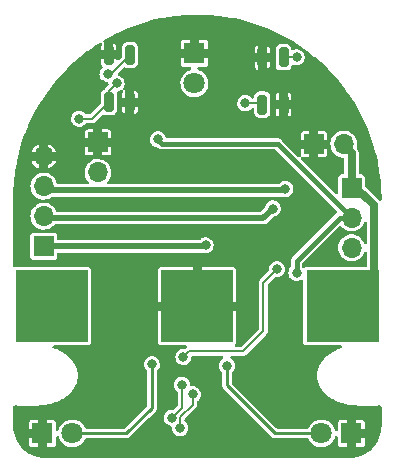
<source format=gbr>
G04 #@! TF.GenerationSoftware,KiCad,Pcbnew,(5.99.0-12170-ge0011fcd93)*
G04 #@! TF.CreationDate,2021-10-18T14:42:09-07:00*
G04 #@! TF.ProjectId,microbug,6d696372-6f62-4756-972e-6b696361645f,rev?*
G04 #@! TF.SameCoordinates,Original*
G04 #@! TF.FileFunction,Copper,L2,Bot*
G04 #@! TF.FilePolarity,Positive*
%FSLAX46Y46*%
G04 Gerber Fmt 4.6, Leading zero omitted, Abs format (unit mm)*
G04 Created by KiCad (PCBNEW (5.99.0-12170-ge0011fcd93)) date 2021-10-18 14:42:09*
%MOMM*%
%LPD*%
G01*
G04 APERTURE LIST*
G04 Aperture macros list*
%AMRoundRect*
0 Rectangle with rounded corners*
0 $1 Rounding radius*
0 $2 $3 $4 $5 $6 $7 $8 $9 X,Y pos of 4 corners*
0 Add a 4 corners polygon primitive as box body*
4,1,4,$2,$3,$4,$5,$6,$7,$8,$9,$2,$3,0*
0 Add four circle primitives for the rounded corners*
1,1,$1+$1,$2,$3*
1,1,$1+$1,$4,$5*
1,1,$1+$1,$6,$7*
1,1,$1+$1,$8,$9*
0 Add four rect primitives between the rounded corners*
20,1,$1+$1,$2,$3,$4,$5,0*
20,1,$1+$1,$4,$5,$6,$7,0*
20,1,$1+$1,$6,$7,$8,$9,0*
20,1,$1+$1,$8,$9,$2,$3,0*%
G04 Aperture macros list end*
G04 #@! TA.AperFunction,ComponentPad*
%ADD10R,1.700000X1.700000*%
G04 #@! TD*
G04 #@! TA.AperFunction,ComponentPad*
%ADD11O,1.700000X1.700000*%
G04 #@! TD*
G04 #@! TA.AperFunction,ComponentPad*
%ADD12R,1.800000X1.800000*%
G04 #@! TD*
G04 #@! TA.AperFunction,ComponentPad*
%ADD13C,1.800000*%
G04 #@! TD*
G04 #@! TA.AperFunction,SMDPad,CuDef*
%ADD14RoundRect,0.197500X0.197500X0.632500X-0.197500X0.632500X-0.197500X-0.632500X0.197500X-0.632500X0*%
G04 #@! TD*
G04 #@! TA.AperFunction,SMDPad,CuDef*
%ADD15R,6.096000X6.096000*%
G04 #@! TD*
G04 #@! TA.AperFunction,ViaPad*
%ADD16C,0.800000*%
G04 #@! TD*
G04 #@! TA.AperFunction,Conductor*
%ADD17C,0.152400*%
G04 #@! TD*
G04 #@! TA.AperFunction,Conductor*
%ADD18C,0.635000*%
G04 #@! TD*
G04 #@! TA.AperFunction,Conductor*
%ADD19C,0.203200*%
G04 #@! TD*
G04 #@! TA.AperFunction,Conductor*
%ADD20C,0.381000*%
G04 #@! TD*
G04 #@! TA.AperFunction,Conductor*
%ADD21C,0.254000*%
G04 #@! TD*
G04 #@! TA.AperFunction,Conductor*
%ADD22C,0.508000*%
G04 #@! TD*
G04 APERTURE END LIST*
D10*
X87259000Y-51839000D03*
D11*
X87259000Y-54379000D03*
X87259000Y-56919000D03*
D10*
X65786000Y-48006000D03*
D11*
X65786000Y-50546000D03*
D12*
X61087000Y-72644000D03*
D13*
X63627000Y-72644000D03*
D12*
X87249000Y-72644000D03*
D13*
X84709000Y-72644000D03*
D10*
X84069000Y-48158400D03*
D11*
X86609000Y-48158400D03*
D10*
X61200000Y-56800000D03*
D11*
X61200000Y-54260000D03*
X61200000Y-51720000D03*
X61200000Y-49180000D03*
D12*
X73951000Y-40456000D03*
D13*
X73951000Y-42996000D03*
D14*
X68500000Y-40600000D03*
X68500000Y-44600000D03*
X66700000Y-44600000D03*
X66700000Y-40600000D03*
D15*
X61860989Y-61864011D03*
X86498989Y-61864011D03*
X74179989Y-61864011D03*
D14*
X81500000Y-40800000D03*
X81500000Y-44800000D03*
X79700000Y-44800000D03*
X79700000Y-40800000D03*
D16*
X73914000Y-71475600D03*
X72034400Y-71323200D03*
X72745600Y-72186800D03*
X73812400Y-69342000D03*
X72898000Y-68529200D03*
X74700000Y-53225000D03*
X72644000Y-60325000D03*
X78740000Y-50165000D03*
X76200000Y-44831000D03*
X79908400Y-73964800D03*
X72263000Y-46609000D03*
X71882000Y-69215000D03*
X66550000Y-62600000D03*
X83947000Y-58039000D03*
X82600000Y-59050000D03*
X70866000Y-47752000D03*
X70358000Y-66802000D03*
X74905000Y-56705000D03*
X66600000Y-42200000D03*
X64200000Y-46000000D03*
X67362271Y-43004929D03*
X82600000Y-40800000D03*
X78269000Y-44669000D03*
X73025000Y-66167000D03*
X80925000Y-58750000D03*
X76708000Y-66896405D03*
X80600000Y-53600000D03*
X81661000Y-51943000D03*
D17*
X73812400Y-70205600D02*
X73812400Y-69342000D01*
X72745600Y-72186800D02*
X72745600Y-71272400D01*
X72745600Y-71272400D02*
X73812400Y-70205600D01*
X72898000Y-70459600D02*
X72034400Y-71323200D01*
X72898000Y-68529200D02*
X72898000Y-70459600D01*
D18*
X87259000Y-48905000D02*
X87259000Y-51839000D01*
X86614000Y-48260000D02*
X87259000Y-48905000D01*
X86609000Y-48260000D02*
X86614000Y-48260000D01*
D17*
X79569000Y-44669000D02*
X78269000Y-44669000D01*
X79700000Y-44800000D02*
X79569000Y-44669000D01*
X82600000Y-40800000D02*
X81500000Y-40800000D01*
D19*
X79775000Y-63989000D02*
X78064000Y-65700000D01*
X78064000Y-65700000D02*
X73492000Y-65700000D01*
X80925000Y-58750000D02*
X79775000Y-59900000D01*
X79775000Y-59900000D02*
X79775000Y-63989000D01*
X73492000Y-65700000D02*
X73025000Y-66167000D01*
D20*
X82600000Y-58025000D02*
X86246000Y-54379000D01*
X71247000Y-48133000D02*
X70866000Y-47752000D01*
X82600000Y-59050000D02*
X82600000Y-58025000D01*
X86246000Y-54379000D02*
X87259000Y-54379000D01*
X87259000Y-54379000D02*
X81013000Y-48133000D01*
X81013000Y-48133000D02*
X71247000Y-48133000D01*
D21*
X68199000Y-72644000D02*
X70358000Y-70485000D01*
X63627000Y-72644000D02*
X68199000Y-72644000D01*
X70358000Y-70485000D02*
X70358000Y-66802000D01*
D22*
X74810000Y-56800000D02*
X74905000Y-56705000D01*
X61200000Y-56800000D02*
X74810000Y-56800000D01*
D19*
X66600000Y-42200000D02*
X66900000Y-42200000D01*
X66900000Y-42200000D02*
X68500000Y-40600000D01*
X66700000Y-43667200D02*
X67362271Y-43004929D01*
X64200000Y-46000000D02*
X65300000Y-46000000D01*
X66700000Y-44600000D02*
X66700000Y-43667200D01*
X65300000Y-46000000D02*
X66700000Y-44600000D01*
D21*
X76708000Y-66896405D02*
X76708000Y-68580000D01*
X76708000Y-68580000D02*
X80772000Y-72644000D01*
X80772000Y-72644000D02*
X84709000Y-72644000D01*
D22*
X61339911Y-54399911D02*
X61200000Y-54260000D01*
X79800089Y-54399911D02*
X61339911Y-54399911D01*
X80600000Y-53600000D02*
X79800089Y-54399911D01*
X81534000Y-52070000D02*
X61550000Y-52070000D01*
X81661000Y-51943000D02*
X81534000Y-52070000D01*
X61550000Y-52070000D02*
X61200000Y-51720000D01*
D18*
X87653000Y-51839000D02*
X89154000Y-53340000D01*
X89154000Y-53340000D02*
X89154000Y-59209000D01*
X87259000Y-51839000D02*
X87653000Y-51839000D01*
X89154000Y-59209000D02*
X86499000Y-61864000D01*
G04 #@! TA.AperFunction,Conductor*
G36*
X75004725Y-37199864D02*
G01*
X75011093Y-37200187D01*
X75555795Y-37241606D01*
X75796844Y-37259936D01*
X75803156Y-37260576D01*
X76066691Y-37294063D01*
X76577363Y-37358955D01*
X76583631Y-37359912D01*
X77101961Y-37452476D01*
X77345346Y-37495940D01*
X77351512Y-37497201D01*
X78099860Y-37669918D01*
X78105933Y-37671481D01*
X78279123Y-37720661D01*
X78839853Y-37879892D01*
X78845819Y-37881747D01*
X79564455Y-38124907D01*
X79570287Y-38127042D01*
X80272652Y-38403975D01*
X80278341Y-38406381D01*
X80963482Y-38716128D01*
X80969006Y-38718789D01*
X81635954Y-39060379D01*
X81641322Y-39063295D01*
X82289118Y-39435770D01*
X82294315Y-39438927D01*
X82921976Y-39841313D01*
X82926993Y-39844703D01*
X83275182Y-40092305D01*
X83473789Y-40233537D01*
X83533537Y-40276025D01*
X83538361Y-40279632D01*
X83805799Y-40489796D01*
X84122810Y-40738917D01*
X84127449Y-40742745D01*
X84175409Y-40784289D01*
X84688848Y-41229041D01*
X84693297Y-41233085D01*
X85230624Y-41745378D01*
X85234873Y-41749626D01*
X85747178Y-42286966D01*
X85751221Y-42291415D01*
X86221613Y-42834453D01*
X86237506Y-42852801D01*
X86241318Y-42857419D01*
X86700652Y-43441930D01*
X86704233Y-43446719D01*
X86828222Y-43621078D01*
X87135548Y-44053255D01*
X87138938Y-44058272D01*
X87541329Y-44685940D01*
X87544486Y-44691137D01*
X87916963Y-45338936D01*
X87919879Y-45344304D01*
X88261478Y-46011270D01*
X88264141Y-46016798D01*
X88573885Y-46701936D01*
X88576278Y-46707595D01*
X88848935Y-47399110D01*
X88853223Y-47409986D01*
X88855356Y-47415812D01*
X89098515Y-48134450D01*
X89100367Y-48140406D01*
X89286117Y-48794525D01*
X89308778Y-48874325D01*
X89310342Y-48880402D01*
X89471603Y-49579115D01*
X89483054Y-49628732D01*
X89484317Y-49634907D01*
X89511426Y-49786710D01*
X89620347Y-50396633D01*
X89621304Y-50402901D01*
X89686172Y-50913387D01*
X89716207Y-51149747D01*
X89719681Y-51177088D01*
X89720322Y-51183407D01*
X89735317Y-51380600D01*
X89780071Y-51969158D01*
X89780394Y-51975527D01*
X89800664Y-52777115D01*
X89800704Y-52780300D01*
X89800704Y-52831895D01*
X89780702Y-52900016D01*
X89727046Y-52946509D01*
X89656772Y-52956613D01*
X89592192Y-52927119D01*
X89585611Y-52920993D01*
X89585097Y-52920479D01*
X89580071Y-52913929D01*
X89555289Y-52894913D01*
X89542898Y-52884046D01*
X88425804Y-51766953D01*
X88391779Y-51704641D01*
X88388899Y-51677858D01*
X88388899Y-50947418D01*
X88385996Y-50923010D01*
X88343668Y-50827717D01*
X88269873Y-50754051D01*
X88174506Y-50711889D01*
X88150583Y-50709100D01*
X87982400Y-50709100D01*
X87914279Y-50689098D01*
X87867786Y-50635442D01*
X87856400Y-50583100D01*
X87856400Y-48952420D01*
X87857478Y-48935972D01*
X87860478Y-48913187D01*
X87861556Y-48905000D01*
X87841023Y-48749047D01*
X87780828Y-48603723D01*
X87731875Y-48539925D01*
X87706276Y-48473707D01*
X87709321Y-48433806D01*
X87710528Y-48428779D01*
X87712388Y-48423300D01*
X87717003Y-48391475D01*
X87732175Y-48286829D01*
X87742186Y-48217788D01*
X87743741Y-48158400D01*
X87724740Y-47951610D01*
X87689029Y-47824989D01*
X87669940Y-47757304D01*
X87669939Y-47757302D01*
X87668372Y-47751745D01*
X87661248Y-47737297D01*
X87579081Y-47570680D01*
X87576526Y-47565499D01*
X87452277Y-47399110D01*
X87314185Y-47271458D01*
X87304032Y-47262073D01*
X87299787Y-47258149D01*
X87294904Y-47255068D01*
X87294900Y-47255065D01*
X87129045Y-47150419D01*
X87124162Y-47147338D01*
X86931284Y-47070388D01*
X86727613Y-47029875D01*
X86721838Y-47029799D01*
X86721834Y-47029799D01*
X86618045Y-47028441D01*
X86519969Y-47027157D01*
X86514272Y-47028136D01*
X86514271Y-47028136D01*
X86321004Y-47061345D01*
X86321003Y-47061345D01*
X86315307Y-47062324D01*
X86120481Y-47134199D01*
X86115520Y-47137151D01*
X86115519Y-47137151D01*
X85946984Y-47237419D01*
X85946981Y-47237421D01*
X85942016Y-47240375D01*
X85937676Y-47244181D01*
X85937672Y-47244184D01*
X85881192Y-47293716D01*
X85785888Y-47377296D01*
X85657326Y-47540376D01*
X85654637Y-47545487D01*
X85654635Y-47545490D01*
X85644108Y-47565499D01*
X85560636Y-47724153D01*
X85499056Y-47922474D01*
X85474648Y-48128696D01*
X85488230Y-48335913D01*
X85539346Y-48537184D01*
X85626285Y-48725770D01*
X85746136Y-48895355D01*
X85894884Y-49040259D01*
X86067548Y-49155630D01*
X86072851Y-49157908D01*
X86072854Y-49157910D01*
X86215160Y-49219049D01*
X86258346Y-49237603D01*
X86308060Y-49248852D01*
X86455250Y-49282158D01*
X86455255Y-49282159D01*
X86460887Y-49283433D01*
X86466658Y-49283660D01*
X86466660Y-49283660D01*
X86540547Y-49286563D01*
X86607830Y-49309224D01*
X86652180Y-49364664D01*
X86661600Y-49412466D01*
X86661600Y-50583101D01*
X86641598Y-50651222D01*
X86587942Y-50697715D01*
X86535600Y-50709101D01*
X86367418Y-50709101D01*
X86363721Y-50709541D01*
X86363716Y-50709541D01*
X86357927Y-50710230D01*
X86343010Y-50712004D01*
X86247717Y-50754332D01*
X86174051Y-50828127D01*
X86131889Y-50923494D01*
X86129100Y-50947417D01*
X86129101Y-51730048D01*
X86129101Y-52279665D01*
X86109099Y-52347786D01*
X86055443Y-52394279D01*
X85985169Y-52404383D01*
X85920589Y-52374890D01*
X85914006Y-52368760D01*
X83005134Y-49459888D01*
X82971108Y-49397576D01*
X82976173Y-49326761D01*
X83018720Y-49269925D01*
X83085240Y-49245114D01*
X83119303Y-49250634D01*
X83119894Y-49247663D01*
X83187915Y-49261193D01*
X83200170Y-49262400D01*
X83669885Y-49262400D01*
X83685124Y-49257925D01*
X83686329Y-49256535D01*
X83688000Y-49248852D01*
X83688000Y-48557515D01*
X83686659Y-48552948D01*
X84450000Y-48552948D01*
X84450000Y-49244284D01*
X84454475Y-49259523D01*
X84455865Y-49260728D01*
X84463548Y-49262399D01*
X84937828Y-49262399D01*
X84950088Y-49261191D01*
X85005931Y-49250085D01*
X85028427Y-49240767D01*
X85091808Y-49198417D01*
X85109017Y-49181208D01*
X85151368Y-49117825D01*
X85160684Y-49095334D01*
X85171793Y-49039485D01*
X85173000Y-49027230D01*
X85173000Y-48557515D01*
X85168525Y-48542276D01*
X85167135Y-48541071D01*
X85159452Y-48539400D01*
X84468115Y-48539400D01*
X84452876Y-48543875D01*
X84451671Y-48545265D01*
X84450000Y-48552948D01*
X83686659Y-48552948D01*
X83683525Y-48542276D01*
X83682135Y-48541071D01*
X83674452Y-48539400D01*
X82983116Y-48539400D01*
X82967877Y-48543875D01*
X82966672Y-48545265D01*
X82965001Y-48552948D01*
X82965001Y-49027228D01*
X82966209Y-49039488D01*
X82979737Y-49107506D01*
X82975534Y-49108342D01*
X82980602Y-49155568D01*
X82948810Y-49219049D01*
X82887745Y-49255264D01*
X82816794Y-49252716D01*
X82767513Y-49222267D01*
X81392863Y-47847617D01*
X81385989Y-47839016D01*
X81385519Y-47839416D01*
X81379700Y-47832579D01*
X81374911Y-47824989D01*
X81337805Y-47792218D01*
X81332118Y-47786872D01*
X81321740Y-47776494D01*
X81315123Y-47771535D01*
X81314307Y-47770923D01*
X81306467Y-47764541D01*
X81280644Y-47741735D01*
X81273916Y-47735793D01*
X81265791Y-47731978D01*
X81260053Y-47728209D01*
X81254440Y-47724837D01*
X81248406Y-47721533D01*
X81241220Y-47716148D01*
X81200571Y-47700909D01*
X81191254Y-47696983D01*
X81160075Y-47682345D01*
X81160072Y-47682344D01*
X81151946Y-47678529D01*
X81143073Y-47677148D01*
X81136473Y-47675130D01*
X81130183Y-47673480D01*
X81123458Y-47672001D01*
X81115050Y-47668849D01*
X81087722Y-47666818D01*
X81071757Y-47665632D01*
X81061708Y-47664478D01*
X81057809Y-47663871D01*
X81049646Y-47662600D01*
X81035635Y-47662600D01*
X81026298Y-47662254D01*
X81014105Y-47661348D01*
X80980677Y-47658864D01*
X80971902Y-47660737D01*
X80962943Y-47661348D01*
X80962934Y-47661222D01*
X80949875Y-47662600D01*
X71646159Y-47662600D01*
X71578038Y-47642598D01*
X71531545Y-47588942D01*
X71528293Y-47581138D01*
X71475640Y-47441794D01*
X71472956Y-47434691D01*
X71379747Y-47299071D01*
X71373737Y-47293716D01*
X71369084Y-47289570D01*
X82965000Y-47289570D01*
X82965000Y-47759285D01*
X82969475Y-47774524D01*
X82970865Y-47775729D01*
X82978548Y-47777400D01*
X83669885Y-47777400D01*
X83685124Y-47772925D01*
X83686329Y-47771535D01*
X83688000Y-47763852D01*
X83688000Y-47072516D01*
X83686659Y-47067948D01*
X84450000Y-47067948D01*
X84450000Y-47759285D01*
X84454475Y-47774524D01*
X84455865Y-47775729D01*
X84463548Y-47777400D01*
X85154884Y-47777400D01*
X85170123Y-47772925D01*
X85171328Y-47771535D01*
X85172999Y-47763852D01*
X85172999Y-47289572D01*
X85171791Y-47277312D01*
X85160685Y-47221469D01*
X85151367Y-47198973D01*
X85109017Y-47135592D01*
X85091808Y-47118383D01*
X85028425Y-47076032D01*
X85005934Y-47066716D01*
X84950085Y-47055607D01*
X84937830Y-47054400D01*
X84468115Y-47054400D01*
X84452876Y-47058875D01*
X84451671Y-47060265D01*
X84450000Y-47067948D01*
X83686659Y-47067948D01*
X83683525Y-47057277D01*
X83682135Y-47056072D01*
X83674452Y-47054401D01*
X83200172Y-47054401D01*
X83187912Y-47055609D01*
X83132069Y-47066715D01*
X83109573Y-47076033D01*
X83046192Y-47118383D01*
X83028983Y-47135592D01*
X82986632Y-47198975D01*
X82977316Y-47221466D01*
X82966207Y-47277315D01*
X82965000Y-47289570D01*
X71369084Y-47289570D01*
X71262550Y-47194653D01*
X71262547Y-47194651D01*
X71256878Y-47189600D01*
X71152245Y-47134199D01*
X71118159Y-47116151D01*
X71118156Y-47116150D01*
X71111444Y-47112596D01*
X71104078Y-47110746D01*
X71104076Y-47110745D01*
X70959211Y-47074358D01*
X70959208Y-47074358D01*
X70951840Y-47072507D01*
X70944241Y-47072467D01*
X70944239Y-47072467D01*
X70876312Y-47072111D01*
X70787280Y-47071645D01*
X70779900Y-47073417D01*
X70779898Y-47073417D01*
X70634644Y-47108289D01*
X70634640Y-47108290D01*
X70627265Y-47110061D01*
X70481032Y-47185537D01*
X70357025Y-47293716D01*
X70262401Y-47428353D01*
X70259642Y-47435428D01*
X70259641Y-47435431D01*
X70216731Y-47545490D01*
X70202623Y-47581674D01*
X70201631Y-47589207D01*
X70201631Y-47589208D01*
X70183332Y-47728209D01*
X70181144Y-47744828D01*
X70199202Y-47908396D01*
X70201812Y-47915528D01*
X70231428Y-47996457D01*
X70255755Y-48062935D01*
X70259991Y-48069238D01*
X70259991Y-48069239D01*
X70343305Y-48193224D01*
X70343308Y-48193227D01*
X70347539Y-48199524D01*
X70469254Y-48310276D01*
X70613874Y-48388798D01*
X70773049Y-48430557D01*
X70828526Y-48431428D01*
X70896322Y-48452497D01*
X70909954Y-48462971D01*
X70922195Y-48473782D01*
X70927882Y-48479128D01*
X70938259Y-48489505D01*
X70945693Y-48495076D01*
X70953528Y-48501455D01*
X70979356Y-48524266D01*
X70979361Y-48524269D01*
X70986084Y-48530207D01*
X70994208Y-48534021D01*
X70999955Y-48537796D01*
X71005559Y-48541163D01*
X71011598Y-48544469D01*
X71018780Y-48549852D01*
X71059438Y-48565094D01*
X71068744Y-48569015D01*
X71108054Y-48587471D01*
X71116927Y-48588852D01*
X71123526Y-48590870D01*
X71129816Y-48592520D01*
X71136541Y-48593999D01*
X71144949Y-48597151D01*
X71171851Y-48599150D01*
X71188243Y-48600368D01*
X71198292Y-48601522D01*
X71202191Y-48602129D01*
X71210354Y-48603400D01*
X71224364Y-48603400D01*
X71233702Y-48603746D01*
X71279323Y-48607136D01*
X71288098Y-48605263D01*
X71297057Y-48604652D01*
X71297066Y-48604778D01*
X71310125Y-48603400D01*
X80765964Y-48603400D01*
X80834085Y-48623402D01*
X80855059Y-48640305D01*
X86004145Y-53789391D01*
X86038171Y-53851703D01*
X86033106Y-53922518D01*
X85991686Y-53977848D01*
X85989956Y-53978635D01*
X85983229Y-53984431D01*
X85983228Y-53984432D01*
X85957063Y-54006977D01*
X85949146Y-54013263D01*
X85943221Y-54017592D01*
X85939290Y-54020464D01*
X85929388Y-54030366D01*
X85922541Y-54036724D01*
X85894679Y-54060731D01*
X85894677Y-54060734D01*
X85887879Y-54066591D01*
X85882997Y-54074123D01*
X85877096Y-54080888D01*
X85877000Y-54080805D01*
X85868739Y-54091015D01*
X82314617Y-57645137D01*
X82306016Y-57652011D01*
X82306416Y-57652481D01*
X82299579Y-57658300D01*
X82291989Y-57663089D01*
X82270059Y-57687920D01*
X82259218Y-57700195D01*
X82253872Y-57705882D01*
X82243494Y-57716260D01*
X82240801Y-57719854D01*
X82237923Y-57723693D01*
X82231541Y-57731533D01*
X82202793Y-57764084D01*
X82198978Y-57772209D01*
X82195209Y-57777947D01*
X82191837Y-57783560D01*
X82188533Y-57789594D01*
X82183148Y-57796780D01*
X82179997Y-57805185D01*
X82167909Y-57837429D01*
X82163983Y-57846746D01*
X82149345Y-57877925D01*
X82145529Y-57886054D01*
X82144148Y-57894927D01*
X82142130Y-57901527D01*
X82140480Y-57907817D01*
X82139001Y-57914542D01*
X82135849Y-57922950D01*
X82135184Y-57931901D01*
X82132632Y-57966243D01*
X82131478Y-57976292D01*
X82129600Y-57988354D01*
X82129600Y-58002365D01*
X82129254Y-58011702D01*
X82125864Y-58057323D01*
X82127737Y-58066098D01*
X82128348Y-58075057D01*
X82128222Y-58075066D01*
X82129600Y-58088125D01*
X82129600Y-58501871D01*
X82109598Y-58569992D01*
X82097238Y-58586180D01*
X82096751Y-58586721D01*
X82091025Y-58591716D01*
X81996401Y-58726353D01*
X81993642Y-58733428D01*
X81993641Y-58733431D01*
X81976204Y-58778155D01*
X81936623Y-58879674D01*
X81935631Y-58887207D01*
X81935631Y-58887208D01*
X81931349Y-58919738D01*
X81915144Y-59042828D01*
X81933202Y-59206396D01*
X81989755Y-59360935D01*
X81993991Y-59367238D01*
X81993991Y-59367239D01*
X82077305Y-59491224D01*
X82077308Y-59491227D01*
X82081539Y-59497524D01*
X82087153Y-59502632D01*
X82195744Y-59601442D01*
X82203254Y-59608276D01*
X82209929Y-59611900D01*
X82318522Y-59670861D01*
X82347874Y-59686798D01*
X82507049Y-59728557D01*
X82592389Y-59729898D01*
X82663993Y-59731023D01*
X82663996Y-59731023D01*
X82671591Y-59731142D01*
X82678996Y-59729446D01*
X82678997Y-59729446D01*
X82783582Y-59705493D01*
X82832000Y-59694404D01*
X82906598Y-59656885D01*
X82972230Y-59623876D01*
X82972233Y-59623874D01*
X82979015Y-59620463D01*
X82979101Y-59620634D01*
X83043172Y-59600758D01*
X83111589Y-59619721D01*
X83158893Y-59672663D01*
X83171089Y-59726743D01*
X83171090Y-63778788D01*
X83171090Y-64953593D01*
X83173993Y-64978001D01*
X83216321Y-65073294D01*
X83224556Y-65081515D01*
X83224557Y-65081516D01*
X83253079Y-65109988D01*
X83290116Y-65146960D01*
X83385483Y-65189122D01*
X83409406Y-65191911D01*
X86353331Y-65191911D01*
X86421452Y-65211913D01*
X86467945Y-65265569D01*
X86478049Y-65335843D01*
X86448555Y-65400423D01*
X86393960Y-65437180D01*
X86238907Y-65489996D01*
X86224710Y-65493586D01*
X86219056Y-65493734D01*
X86213461Y-65495514D01*
X86210629Y-65496731D01*
X86210628Y-65496731D01*
X86182547Y-65508794D01*
X86173445Y-65512294D01*
X86169187Y-65513744D01*
X86169180Y-65513747D01*
X86163693Y-65515616D01*
X86158639Y-65518459D01*
X86156733Y-65519311D01*
X86147905Y-65523675D01*
X85954657Y-65606690D01*
X85940546Y-65611472D01*
X85934498Y-65612120D01*
X85929064Y-65614345D01*
X85899872Y-65629781D01*
X85890722Y-65634156D01*
X85881871Y-65637958D01*
X85877052Y-65641184D01*
X85876097Y-65641703D01*
X85866559Y-65647396D01*
X85687281Y-65742191D01*
X85673283Y-65748266D01*
X85666768Y-65749530D01*
X85661542Y-65752207D01*
X85658960Y-65753867D01*
X85658945Y-65753875D01*
X85634472Y-65769603D01*
X85625253Y-65774990D01*
X85617492Y-65779094D01*
X85612948Y-65782698D01*
X85612942Y-65782702D01*
X85612941Y-65782703D01*
X85602767Y-65789980D01*
X85438335Y-65895655D01*
X85424497Y-65903159D01*
X85417463Y-65905193D01*
X85412499Y-65908329D01*
X85410074Y-65910216D01*
X85410065Y-65910222D01*
X85387940Y-65927436D01*
X85378696Y-65933982D01*
X85377081Y-65935020D01*
X85377073Y-65935027D01*
X85372186Y-65938167D01*
X85367177Y-65942884D01*
X85358183Y-65950588D01*
X85252637Y-66032703D01*
X85209483Y-66066277D01*
X85195837Y-66075414D01*
X85188276Y-66078415D01*
X85183636Y-66082014D01*
X85161941Y-66102529D01*
X85152756Y-66110412D01*
X85147657Y-66114379D01*
X85143803Y-66118725D01*
X85143801Y-66118727D01*
X85142233Y-66120495D01*
X85134534Y-66128444D01*
X85002456Y-66253338D01*
X84989336Y-66264165D01*
X84988932Y-66264455D01*
X84981042Y-66268576D01*
X84976799Y-66272636D01*
X84974800Y-66274963D01*
X84974795Y-66274968D01*
X84958320Y-66294144D01*
X84950634Y-66302205D01*
X84949923Y-66303013D01*
X84945707Y-66307000D01*
X84942291Y-66311693D01*
X84942289Y-66311695D01*
X84939994Y-66314847D01*
X84933699Y-66322800D01*
X84819155Y-66456122D01*
X84807993Y-66467559D01*
X84805189Y-66470089D01*
X84797824Y-66475054D01*
X84794060Y-66479561D01*
X84792328Y-66482104D01*
X84792326Y-66482106D01*
X84779033Y-66501619D01*
X84774331Y-66507754D01*
X84772101Y-66510893D01*
X84768311Y-66515304D01*
X84762581Y-66525182D01*
X84757738Y-66532876D01*
X84661648Y-66673920D01*
X84652554Y-66685706D01*
X84647661Y-66691326D01*
X84640936Y-66697148D01*
X84637741Y-66702074D01*
X84636330Y-66704800D01*
X84636323Y-66704812D01*
X84626283Y-66724210D01*
X84623661Y-66728605D01*
X84623723Y-66728639D01*
X84620906Y-66733723D01*
X84617641Y-66738516D01*
X84615308Y-66743828D01*
X84615307Y-66743829D01*
X84612315Y-66750640D01*
X84608854Y-66757883D01*
X84531602Y-66907133D01*
X84523157Y-66919395D01*
X84523856Y-66919860D01*
X84518928Y-66927260D01*
X84513007Y-66933898D01*
X84510471Y-66939195D01*
X84509418Y-66942090D01*
X84509417Y-66942093D01*
X84502397Y-66961398D01*
X84500736Y-66965719D01*
X84498773Y-66970556D01*
X84496103Y-66975715D01*
X84494422Y-66981278D01*
X84494421Y-66981280D01*
X84491756Y-66990099D01*
X84489558Y-66996708D01*
X84432188Y-67154477D01*
X84425179Y-67168260D01*
X84425713Y-67168519D01*
X84421834Y-67176524D01*
X84416868Y-67183906D01*
X84415075Y-67189498D01*
X84414427Y-67192498D01*
X84414424Y-67192511D01*
X84409765Y-67214100D01*
X84408473Y-67219507D01*
X84408297Y-67220179D01*
X84406311Y-67225640D01*
X84403582Y-67242068D01*
X84402459Y-67247949D01*
X84368187Y-67406741D01*
X84366716Y-67413556D01*
X84361549Y-67428552D01*
X84361959Y-67428683D01*
X84359243Y-67437163D01*
X84355367Y-67445169D01*
X84354380Y-67450958D01*
X84354161Y-67454021D01*
X84354161Y-67454023D01*
X84352549Y-67476594D01*
X84352098Y-67481281D01*
X84350959Y-67486557D01*
X84350794Y-67492352D01*
X84350454Y-67504300D01*
X84350185Y-67509683D01*
X84346612Y-67559727D01*
X84337883Y-67681947D01*
X84334869Y-67697632D01*
X84335252Y-67697697D01*
X84333770Y-67706470D01*
X84331071Y-67714945D01*
X84330916Y-67720815D01*
X84332756Y-67746586D01*
X84332956Y-67750926D01*
X84332582Y-67756169D01*
X84333235Y-67761931D01*
X84333235Y-67761933D01*
X84334612Y-67774080D01*
X84335093Y-67779293D01*
X84347394Y-67951538D01*
X84346635Y-67967387D01*
X84347065Y-67967398D01*
X84346833Y-67976291D01*
X84345354Y-67985060D01*
X84346027Y-67990894D01*
X84346678Y-67993909D01*
X84351454Y-68016039D01*
X84352329Y-68020640D01*
X84352714Y-68026027D01*
X84354181Y-68031644D01*
X84357198Y-68043199D01*
X84358449Y-68048449D01*
X84394168Y-68213941D01*
X84395572Y-68229349D01*
X84396162Y-68229284D01*
X84397138Y-68238116D01*
X84396864Y-68247005D01*
X84398322Y-68252693D01*
X84406941Y-68276393D01*
X84408720Y-68281644D01*
X84408917Y-68282270D01*
X84410143Y-68287953D01*
X84412387Y-68293310D01*
X84416565Y-68303284D01*
X84418763Y-68308907D01*
X84476091Y-68466561D01*
X84479391Y-68481078D01*
X84480203Y-68480880D01*
X84482308Y-68489521D01*
X84483179Y-68498372D01*
X84485357Y-68503826D01*
X84486777Y-68506569D01*
X84496220Y-68524814D01*
X84498273Y-68528966D01*
X84500501Y-68533689D01*
X84502483Y-68539138D01*
X84505432Y-68544138D01*
X84505433Y-68544140D01*
X84510119Y-68552086D01*
X84513490Y-68558179D01*
X84591061Y-68708044D01*
X84597115Y-68721655D01*
X84599736Y-68728632D01*
X84601663Y-68737314D01*
X84604479Y-68742466D01*
X84617641Y-68761786D01*
X84618514Y-68763067D01*
X84621137Y-68767464D01*
X84621196Y-68767426D01*
X84624331Y-68772320D01*
X84626995Y-68777467D01*
X84630558Y-68782041D01*
X84630559Y-68782043D01*
X84635133Y-68787916D01*
X84639858Y-68794398D01*
X84736971Y-68936943D01*
X84745113Y-68950694D01*
X84746819Y-68954043D01*
X84749704Y-68962461D01*
X84753078Y-68967267D01*
X84755089Y-68969607D01*
X84755090Y-68969609D01*
X84770467Y-68987506D01*
X84775181Y-68993657D01*
X84777628Y-68996621D01*
X84780898Y-69001421D01*
X84788942Y-69009517D01*
X84795131Y-69016215D01*
X84910664Y-69150688D01*
X84920853Y-69164308D01*
X84921130Y-69164736D01*
X84924868Y-69172807D01*
X84928721Y-69177239D01*
X84930964Y-69179360D01*
X84949323Y-69196721D01*
X84957017Y-69204790D01*
X84957785Y-69205533D01*
X84961566Y-69209934D01*
X84966090Y-69213569D01*
X84969118Y-69216002D01*
X84976763Y-69222668D01*
X85109741Y-69348413D01*
X85120834Y-69360510D01*
X85124946Y-69367528D01*
X85129206Y-69371568D01*
X85152240Y-69389488D01*
X85152755Y-69389889D01*
X85161948Y-69397779D01*
X85166650Y-69402226D01*
X85171526Y-69405374D01*
X85171527Y-69405375D01*
X85173528Y-69406667D01*
X85182542Y-69413064D01*
X85319044Y-69519264D01*
X85331987Y-69529334D01*
X85343660Y-69539897D01*
X85347913Y-69545855D01*
X85352520Y-69549497D01*
X85355119Y-69551167D01*
X85355120Y-69551168D01*
X85378686Y-69566313D01*
X85387931Y-69572860D01*
X85389459Y-69574049D01*
X85389469Y-69574056D01*
X85394048Y-69577618D01*
X85399206Y-69580284D01*
X85400159Y-69580777D01*
X85410422Y-69586709D01*
X85569091Y-69688680D01*
X85575469Y-69692779D01*
X85587625Y-69701984D01*
X85591928Y-69707043D01*
X85596826Y-69710281D01*
X85599541Y-69711716D01*
X85599545Y-69711719D01*
X85625262Y-69725317D01*
X85634486Y-69730707D01*
X85636992Y-69732318D01*
X85636998Y-69732321D01*
X85641876Y-69735456D01*
X85647254Y-69737648D01*
X85647253Y-69737648D01*
X85647274Y-69737657D01*
X85658592Y-69742942D01*
X85838369Y-69838001D01*
X85850943Y-69845979D01*
X85855248Y-69850284D01*
X85860392Y-69853117D01*
X85863210Y-69854328D01*
X85863217Y-69854331D01*
X85890719Y-69866146D01*
X85899878Y-69870525D01*
X85903272Y-69872320D01*
X85903275Y-69872321D01*
X85908398Y-69875030D01*
X85913933Y-69876756D01*
X85914929Y-69877170D01*
X85925354Y-69881023D01*
X85970173Y-69900276D01*
X86118981Y-69964201D01*
X86131915Y-69971039D01*
X86136218Y-69974722D01*
X86141566Y-69977148D01*
X86163695Y-69984686D01*
X86173435Y-69988004D01*
X86182523Y-69991498D01*
X86191982Y-69995561D01*
X86197645Y-69996837D01*
X86199628Y-69997480D01*
X86209103Y-70000153D01*
X86227936Y-70006568D01*
X86415650Y-70070509D01*
X86428926Y-70076281D01*
X86433226Y-70079436D01*
X86438740Y-70081455D01*
X86471812Y-70090014D01*
X86480846Y-70092718D01*
X86491046Y-70096192D01*
X86496792Y-70097026D01*
X86499638Y-70097711D01*
X86508263Y-70099447D01*
X86528156Y-70104596D01*
X86726800Y-70156007D01*
X86740354Y-70160739D01*
X86744684Y-70163450D01*
X86750332Y-70165059D01*
X86753360Y-70165610D01*
X86753375Y-70165613D01*
X86784257Y-70171228D01*
X86793282Y-70173213D01*
X86798407Y-70174539D01*
X86798414Y-70174540D01*
X86804035Y-70175995D01*
X86809831Y-70176396D01*
X86813322Y-70176964D01*
X86821313Y-70177965D01*
X87050833Y-70219694D01*
X87064633Y-70223411D01*
X87069015Y-70225732D01*
X87074764Y-70226929D01*
X87077814Y-70227258D01*
X87077832Y-70227261D01*
X87109259Y-70230653D01*
X87118277Y-70231957D01*
X87123699Y-70232943D01*
X87123707Y-70232944D01*
X87129412Y-70233981D01*
X87135213Y-70233956D01*
X87139166Y-70234304D01*
X87146703Y-70234693D01*
X87386182Y-70260539D01*
X87400166Y-70263242D01*
X87404643Y-70265216D01*
X87410463Y-70265997D01*
X87413523Y-70266106D01*
X87413532Y-70266107D01*
X87430451Y-70266711D01*
X87445243Y-70267239D01*
X87454264Y-70267886D01*
X87465624Y-70269112D01*
X87471413Y-70268668D01*
X87475582Y-70268732D01*
X87482883Y-70268583D01*
X87627061Y-70273730D01*
X87727389Y-70277311D01*
X87739889Y-70279037D01*
X87739895Y-70278978D01*
X87745739Y-70279551D01*
X87787873Y-70279551D01*
X87792368Y-70279631D01*
X87811107Y-70280300D01*
X87815570Y-70279633D01*
X87818469Y-70279551D01*
X89312272Y-70279551D01*
X89315213Y-70279615D01*
X89317133Y-70279794D01*
X89320217Y-70279779D01*
X89320226Y-70279779D01*
X89337364Y-70279693D01*
X89353372Y-70279613D01*
X89359622Y-70279849D01*
X89359623Y-70279809D01*
X89362700Y-70279905D01*
X89365778Y-70280152D01*
X89406685Y-70279431D01*
X89410242Y-70279445D01*
X89412509Y-70279614D01*
X89427367Y-70279265D01*
X89429675Y-70279232D01*
X89436820Y-70279197D01*
X89437601Y-70279193D01*
X89437610Y-70281039D01*
X89438650Y-70281237D01*
X89438598Y-70279001D01*
X89438599Y-70279001D01*
X89448922Y-70278759D01*
X89454708Y-70278872D01*
X89454709Y-70278806D01*
X89457802Y-70278848D01*
X89460864Y-70279040D01*
X89463929Y-70278932D01*
X89463933Y-70278932D01*
X89497234Y-70277758D01*
X89503050Y-70277802D01*
X89503050Y-70277738D01*
X89506125Y-70277743D01*
X89509198Y-70277899D01*
X89532748Y-70276790D01*
X89532829Y-70278504D01*
X89532997Y-70278534D01*
X89532915Y-70276783D01*
X89549949Y-70275981D01*
X89553556Y-70275889D01*
X89555833Y-70275991D01*
X89558891Y-70275829D01*
X89558899Y-70275829D01*
X89571577Y-70275157D01*
X89573795Y-70275059D01*
X89581186Y-70274798D01*
X89581253Y-70276705D01*
X89582197Y-70276856D01*
X89582078Y-70274600D01*
X89591960Y-70274077D01*
X89598097Y-70274013D01*
X89598096Y-70273968D01*
X89601172Y-70273917D01*
X89604251Y-70274017D01*
X89607320Y-70273816D01*
X89607326Y-70273816D01*
X89640918Y-70271617D01*
X89645802Y-70271457D01*
X89645800Y-70271393D01*
X89648885Y-70271311D01*
X89651959Y-70271379D01*
X89665199Y-70270378D01*
X89734633Y-70285182D01*
X89785042Y-70335177D01*
X89800704Y-70396018D01*
X89800704Y-71989912D01*
X89800544Y-71996266D01*
X89786604Y-72272326D01*
X89785322Y-72284982D01*
X89746020Y-72542501D01*
X89743492Y-72554869D01*
X89679639Y-72803198D01*
X89675933Y-72815127D01*
X89588808Y-73053172D01*
X89584004Y-73064538D01*
X89474836Y-73291159D01*
X89469019Y-73301871D01*
X89359655Y-73481890D01*
X89339089Y-73515742D01*
X89332316Y-73525771D01*
X89287315Y-73585950D01*
X89182905Y-73725575D01*
X89175241Y-73734863D01*
X89007679Y-73919229D01*
X88999181Y-73927727D01*
X88814822Y-74095283D01*
X88805539Y-74102943D01*
X88674565Y-74200884D01*
X88605732Y-74252357D01*
X88595696Y-74259135D01*
X88543777Y-74290677D01*
X88381839Y-74389058D01*
X88381832Y-74389062D01*
X88371107Y-74394886D01*
X88144495Y-74504051D01*
X88133138Y-74508851D01*
X88093689Y-74523289D01*
X87895076Y-74595981D01*
X87883147Y-74599688D01*
X87634829Y-74663537D01*
X87622462Y-74666064D01*
X87364937Y-74705368D01*
X87352281Y-74706650D01*
X87101277Y-74719325D01*
X87095708Y-74719606D01*
X87076221Y-74720590D01*
X87069867Y-74720750D01*
X61340348Y-74720750D01*
X61333994Y-74720590D01*
X61314508Y-74719606D01*
X61308938Y-74719325D01*
X61057934Y-74706650D01*
X61045278Y-74705368D01*
X60787759Y-74666065D01*
X60775392Y-74663538D01*
X60527060Y-74599685D01*
X60515130Y-74595978D01*
X60360374Y-74539337D01*
X60277073Y-74508848D01*
X60265716Y-74504047D01*
X60039110Y-74394886D01*
X60028376Y-74389058D01*
X59972645Y-74355200D01*
X59814517Y-74259134D01*
X59804494Y-74252365D01*
X59635510Y-74126001D01*
X59604685Y-74102950D01*
X59595397Y-74095286D01*
X59411031Y-73927724D01*
X59402533Y-73919226D01*
X59311483Y-73819045D01*
X59234973Y-73734862D01*
X59227325Y-73725595D01*
X59077890Y-73525760D01*
X59071132Y-73515754D01*
X58951975Y-73319612D01*
X58941197Y-73301871D01*
X58935368Y-73291134D01*
X58826219Y-73064556D01*
X58821410Y-73053180D01*
X58816909Y-73040881D01*
X58816055Y-73038548D01*
X59933001Y-73038548D01*
X59933001Y-73562828D01*
X59934209Y-73575088D01*
X59945315Y-73630931D01*
X59954633Y-73653427D01*
X59996983Y-73716808D01*
X60014192Y-73734017D01*
X60077575Y-73776368D01*
X60100066Y-73785684D01*
X60155915Y-73796793D01*
X60168170Y-73798000D01*
X60687885Y-73798000D01*
X60703124Y-73793525D01*
X60704329Y-73792135D01*
X60706000Y-73784452D01*
X60706000Y-73043115D01*
X60701525Y-73027876D01*
X60700135Y-73026671D01*
X60692452Y-73025000D01*
X59951116Y-73025000D01*
X59935877Y-73029475D01*
X59934672Y-73030865D01*
X59933001Y-73038548D01*
X58816055Y-73038548D01*
X58734278Y-72815118D01*
X58730571Y-72803188D01*
X58666723Y-72554868D01*
X58664196Y-72542501D01*
X58624893Y-72284983D01*
X58623611Y-72272327D01*
X58609672Y-71996267D01*
X58609512Y-71989913D01*
X58609512Y-71725170D01*
X59933000Y-71725170D01*
X59933000Y-72244885D01*
X59937475Y-72260124D01*
X59938865Y-72261329D01*
X59946548Y-72263000D01*
X60687885Y-72263000D01*
X60703124Y-72258525D01*
X60704329Y-72257135D01*
X60706000Y-72249452D01*
X60706000Y-71508116D01*
X60704659Y-71503548D01*
X61468000Y-71503548D01*
X61468000Y-73779884D01*
X61472475Y-73795123D01*
X61473865Y-73796328D01*
X61481548Y-73797999D01*
X62005828Y-73797999D01*
X62018088Y-73796791D01*
X62073931Y-73785685D01*
X62096427Y-73776367D01*
X62159808Y-73734017D01*
X62177017Y-73716808D01*
X62219368Y-73653425D01*
X62228684Y-73630934D01*
X62239793Y-73575085D01*
X62241000Y-73562830D01*
X62241000Y-72988308D01*
X62261002Y-72920187D01*
X62314658Y-72873694D01*
X62384932Y-72863590D01*
X62449512Y-72893084D01*
X62489123Y-72957293D01*
X62510012Y-73039546D01*
X62600799Y-73236477D01*
X62604132Y-73241193D01*
X62656411Y-73315166D01*
X62725953Y-73413567D01*
X62881284Y-73564883D01*
X62886088Y-73568093D01*
X62947712Y-73609269D01*
X63061588Y-73685359D01*
X63066896Y-73687640D01*
X63066897Y-73687640D01*
X63255526Y-73768681D01*
X63255529Y-73768682D01*
X63260829Y-73770959D01*
X63266459Y-73772233D01*
X63390244Y-73800243D01*
X63472332Y-73818818D01*
X63478101Y-73819045D01*
X63478104Y-73819045D01*
X63559886Y-73822258D01*
X63689016Y-73827331D01*
X63781297Y-73813951D01*
X63897901Y-73797045D01*
X63897906Y-73797044D01*
X63903622Y-73796215D01*
X63909094Y-73794357D01*
X63909096Y-73794357D01*
X64086850Y-73734017D01*
X64108965Y-73726510D01*
X64126289Y-73716808D01*
X64293119Y-73623379D01*
X64293123Y-73623376D01*
X64298166Y-73620552D01*
X64464890Y-73481890D01*
X64603552Y-73315166D01*
X64606376Y-73310123D01*
X64606379Y-73310119D01*
X64706682Y-73131015D01*
X64706683Y-73131014D01*
X64709510Y-73125965D01*
X64709980Y-73124582D01*
X64755048Y-73071557D01*
X64824177Y-73050900D01*
X68263446Y-73050900D01*
X68284848Y-73043946D01*
X68304074Y-73039330D01*
X68316513Y-73037360D01*
X68326306Y-73035809D01*
X68346359Y-73025592D01*
X68364620Y-73018028D01*
X68376597Y-73014136D01*
X68376599Y-73014135D01*
X68386032Y-73011070D01*
X68404241Y-72997840D01*
X68421096Y-72987510D01*
X68441151Y-72977292D01*
X70102415Y-71316028D01*
X71349544Y-71316028D01*
X71367602Y-71479596D01*
X71370212Y-71486728D01*
X71420593Y-71624400D01*
X71424155Y-71634135D01*
X71428391Y-71640438D01*
X71428391Y-71640439D01*
X71511705Y-71764424D01*
X71511708Y-71764427D01*
X71515939Y-71770724D01*
X71637654Y-71881476D01*
X71782274Y-71959998D01*
X71941449Y-72001757D01*
X71949049Y-72001876D01*
X71956567Y-72002906D01*
X71956140Y-72006022D01*
X72010267Y-72022845D01*
X72055910Y-72077226D01*
X72065408Y-72144202D01*
X72060744Y-72179628D01*
X72078802Y-72343196D01*
X72135355Y-72497735D01*
X72139591Y-72504038D01*
X72139591Y-72504039D01*
X72222905Y-72628024D01*
X72222908Y-72628027D01*
X72227139Y-72634324D01*
X72348854Y-72745076D01*
X72493474Y-72823598D01*
X72652649Y-72865357D01*
X72737989Y-72866698D01*
X72809593Y-72867823D01*
X72809596Y-72867823D01*
X72817191Y-72867942D01*
X72824596Y-72866246D01*
X72824597Y-72866246D01*
X72883278Y-72852806D01*
X72977600Y-72831204D01*
X73124615Y-72757263D01*
X73249748Y-72650388D01*
X73345777Y-72516750D01*
X73395001Y-72394303D01*
X73404322Y-72371117D01*
X73404323Y-72371115D01*
X73407157Y-72364064D01*
X73430344Y-72201143D01*
X73430494Y-72186800D01*
X73425340Y-72144204D01*
X73411637Y-72030973D01*
X73411637Y-72030971D01*
X73410724Y-72023430D01*
X73400460Y-71996266D01*
X73355241Y-71876596D01*
X73355240Y-71876594D01*
X73352556Y-71869491D01*
X73288186Y-71775832D01*
X73263649Y-71740130D01*
X73263648Y-71740128D01*
X73259347Y-71733871D01*
X73249584Y-71725172D01*
X73143882Y-71630997D01*
X73106326Y-71570747D01*
X73101700Y-71536920D01*
X73101700Y-71472092D01*
X73121702Y-71403971D01*
X73138605Y-71382996D01*
X74027837Y-70493765D01*
X74043517Y-70481102D01*
X74046625Y-70478274D01*
X74055374Y-70472625D01*
X74074603Y-70448233D01*
X74078184Y-70444203D01*
X74078086Y-70444120D01*
X74081439Y-70440163D01*
X74085120Y-70436482D01*
X74095549Y-70421889D01*
X74099112Y-70417144D01*
X74122320Y-70387705D01*
X74122321Y-70387703D01*
X74128768Y-70379525D01*
X74131614Y-70371420D01*
X74136610Y-70364429D01*
X74150334Y-70318538D01*
X74152168Y-70312893D01*
X74165421Y-70275153D01*
X74165422Y-70275150D01*
X74168048Y-70267671D01*
X74168500Y-70262452D01*
X74168500Y-70259741D01*
X74168598Y-70257464D01*
X74168733Y-70257015D01*
X74168787Y-70257017D01*
X74168802Y-70256784D01*
X74170577Y-70250848D01*
X74168597Y-70200450D01*
X74168500Y-70195504D01*
X74168500Y-69990121D01*
X74188502Y-69922000D01*
X74212669Y-69894310D01*
X74220958Y-69887231D01*
X74316548Y-69805588D01*
X74412577Y-69671950D01*
X74458621Y-69557414D01*
X74471122Y-69526317D01*
X74471123Y-69526315D01*
X74473957Y-69519264D01*
X74497144Y-69356343D01*
X74497294Y-69342000D01*
X74485794Y-69246965D01*
X74478437Y-69186173D01*
X74478437Y-69186171D01*
X74477524Y-69178630D01*
X74419356Y-69024691D01*
X74367143Y-68948721D01*
X74330449Y-68895330D01*
X74330448Y-68895328D01*
X74326147Y-68889071D01*
X74320476Y-68884018D01*
X74208950Y-68784653D01*
X74208947Y-68784651D01*
X74203278Y-68779600D01*
X74104611Y-68727358D01*
X74064559Y-68706151D01*
X74064556Y-68706150D01*
X74057844Y-68702596D01*
X74050478Y-68700746D01*
X74050476Y-68700745D01*
X73905611Y-68664358D01*
X73905608Y-68664358D01*
X73898240Y-68662507D01*
X73890641Y-68662467D01*
X73890639Y-68662467D01*
X73823578Y-68662116D01*
X73733680Y-68661645D01*
X73726300Y-68663417D01*
X73723280Y-68663766D01*
X73653312Y-68651724D01*
X73600962Y-68603766D01*
X73582810Y-68537278D01*
X73582894Y-68529200D01*
X73582364Y-68524814D01*
X73564037Y-68373373D01*
X73564037Y-68373371D01*
X73563124Y-68365830D01*
X73557821Y-68351795D01*
X73507641Y-68218996D01*
X73507640Y-68218994D01*
X73504956Y-68211891D01*
X73411747Y-68076271D01*
X73405737Y-68070916D01*
X73294550Y-67971853D01*
X73294547Y-67971851D01*
X73288878Y-67966800D01*
X73220901Y-67930808D01*
X73150159Y-67893351D01*
X73150156Y-67893350D01*
X73143444Y-67889796D01*
X73136078Y-67887946D01*
X73136076Y-67887945D01*
X72991211Y-67851558D01*
X72991208Y-67851558D01*
X72983840Y-67849707D01*
X72976241Y-67849667D01*
X72976239Y-67849667D01*
X72908312Y-67849311D01*
X72819280Y-67848845D01*
X72811900Y-67850617D01*
X72811898Y-67850617D01*
X72666644Y-67885489D01*
X72666640Y-67885490D01*
X72659265Y-67887261D01*
X72513032Y-67962737D01*
X72389025Y-68070916D01*
X72294401Y-68205553D01*
X72291642Y-68212628D01*
X72291641Y-68212631D01*
X72245187Y-68331779D01*
X72234623Y-68358874D01*
X72233631Y-68366407D01*
X72233631Y-68366408D01*
X72215572Y-68503588D01*
X72213144Y-68522028D01*
X72231202Y-68685596D01*
X72233812Y-68692728D01*
X72283742Y-68829168D01*
X72287755Y-68840135D01*
X72291991Y-68846438D01*
X72291991Y-68846439D01*
X72375305Y-68970424D01*
X72375308Y-68970427D01*
X72379539Y-68976724D01*
X72441101Y-69032741D01*
X72500700Y-69086972D01*
X72537622Y-69147613D01*
X72541900Y-69180166D01*
X72541900Y-70259908D01*
X72521898Y-70328029D01*
X72504995Y-70349004D01*
X72242723Y-70611275D01*
X72180411Y-70645300D01*
X72135387Y-70644585D01*
X72135144Y-70646510D01*
X72127611Y-70645558D01*
X72120240Y-70643707D01*
X72112641Y-70643667D01*
X72112639Y-70643667D01*
X72044712Y-70643311D01*
X71955680Y-70642845D01*
X71948300Y-70644617D01*
X71948298Y-70644617D01*
X71803044Y-70679489D01*
X71803040Y-70679490D01*
X71795665Y-70681261D01*
X71649432Y-70756737D01*
X71525425Y-70864916D01*
X71430801Y-70999553D01*
X71371023Y-71152874D01*
X71349544Y-71316028D01*
X70102415Y-71316028D01*
X70691292Y-70727151D01*
X70701510Y-70707096D01*
X70711840Y-70690241D01*
X70715835Y-70684742D01*
X70725070Y-70672032D01*
X70728136Y-70662597D01*
X70732028Y-70650620D01*
X70739592Y-70632358D01*
X70745308Y-70621140D01*
X70745308Y-70621139D01*
X70749809Y-70612306D01*
X70753330Y-70590074D01*
X70757946Y-70570848D01*
X70761835Y-70558879D01*
X70764900Y-70549446D01*
X70764900Y-67406732D01*
X70784902Y-67338611D01*
X70809064Y-67310927D01*
X70862148Y-67265588D01*
X70866583Y-67259417D01*
X70866585Y-67259414D01*
X70911414Y-67197027D01*
X70958177Y-67131950D01*
X71003491Y-67019229D01*
X71016722Y-66986317D01*
X71016723Y-66986315D01*
X71019557Y-66979264D01*
X71042744Y-66816343D01*
X71042894Y-66802000D01*
X71040070Y-66778659D01*
X71024037Y-66646173D01*
X71024037Y-66646171D01*
X71023124Y-66638630D01*
X70998263Y-66572837D01*
X70967641Y-66491796D01*
X70967640Y-66491794D01*
X70964956Y-66484691D01*
X70871747Y-66349071D01*
X70865737Y-66343716D01*
X70754550Y-66244653D01*
X70754547Y-66244651D01*
X70748878Y-66239600D01*
X70611762Y-66167000D01*
X70610159Y-66166151D01*
X70610156Y-66166150D01*
X70603444Y-66162596D01*
X70596078Y-66160746D01*
X70596076Y-66160745D01*
X70451211Y-66124358D01*
X70451208Y-66124358D01*
X70443840Y-66122507D01*
X70436241Y-66122467D01*
X70436239Y-66122467D01*
X70368312Y-66122111D01*
X70279280Y-66121645D01*
X70271900Y-66123417D01*
X70271898Y-66123417D01*
X70126644Y-66158289D01*
X70126640Y-66158290D01*
X70119265Y-66160061D01*
X69973032Y-66235537D01*
X69849025Y-66343716D01*
X69754401Y-66478353D01*
X69751642Y-66485428D01*
X69751641Y-66485431D01*
X69714834Y-66579836D01*
X69694623Y-66631674D01*
X69693631Y-66639207D01*
X69693631Y-66639208D01*
X69675273Y-66778659D01*
X69673144Y-66794828D01*
X69691202Y-66958396D01*
X69697459Y-66975493D01*
X69730632Y-67066143D01*
X69747755Y-67112935D01*
X69751991Y-67119238D01*
X69751991Y-67119239D01*
X69764681Y-67138124D01*
X69839539Y-67249524D01*
X69845155Y-67254634D01*
X69909900Y-67313548D01*
X69946822Y-67374188D01*
X69951100Y-67406741D01*
X69951100Y-70264267D01*
X69931098Y-70332388D01*
X69914195Y-70353362D01*
X68067362Y-72200195D01*
X68005050Y-72234221D01*
X67978267Y-72237100D01*
X64820356Y-72237100D01*
X64752235Y-72217098D01*
X64707350Y-72166828D01*
X64639896Y-72030046D01*
X64639894Y-72030042D01*
X64637340Y-72024863D01*
X64568998Y-71933342D01*
X64511046Y-71855734D01*
X64511045Y-71855733D01*
X64507593Y-71851110D01*
X64411741Y-71762506D01*
X64352595Y-71707831D01*
X64352592Y-71707829D01*
X64348355Y-71703912D01*
X64164958Y-71588197D01*
X63963545Y-71507842D01*
X63750862Y-71465536D01*
X63745088Y-71465460D01*
X63745084Y-71465460D01*
X63634741Y-71464016D01*
X63534030Y-71462698D01*
X63528333Y-71463677D01*
X63528332Y-71463677D01*
X63326008Y-71498442D01*
X63326007Y-71498442D01*
X63320311Y-71499421D01*
X63116864Y-71574477D01*
X63111903Y-71577429D01*
X63111902Y-71577429D01*
X62935469Y-71682395D01*
X62935466Y-71682397D01*
X62930501Y-71685351D01*
X62926161Y-71689157D01*
X62926157Y-71689160D01*
X62833152Y-71770724D01*
X62767464Y-71828331D01*
X62633213Y-71998627D01*
X62630524Y-72003738D01*
X62630522Y-72003741D01*
X62616195Y-72030973D01*
X62532244Y-72190537D01*
X62530529Y-72196060D01*
X62530527Y-72196065D01*
X62487331Y-72335177D01*
X62448028Y-72394303D01*
X62382999Y-72422793D01*
X62312890Y-72411603D01*
X62259960Y-72364286D01*
X62240999Y-72297813D01*
X62240999Y-71725172D01*
X62239791Y-71712912D01*
X62228685Y-71657069D01*
X62219367Y-71634573D01*
X62177017Y-71571192D01*
X62159808Y-71553983D01*
X62096425Y-71511632D01*
X62073934Y-71502316D01*
X62018085Y-71491207D01*
X62005830Y-71490000D01*
X61486115Y-71490000D01*
X61470876Y-71494475D01*
X61469671Y-71495865D01*
X61468000Y-71503548D01*
X60704659Y-71503548D01*
X60701525Y-71492877D01*
X60700135Y-71491672D01*
X60692452Y-71490001D01*
X60168172Y-71490001D01*
X60155912Y-71491209D01*
X60100069Y-71502315D01*
X60077573Y-71511633D01*
X60014192Y-71553983D01*
X59996983Y-71571192D01*
X59954632Y-71634575D01*
X59945316Y-71657066D01*
X59934207Y-71712915D01*
X59933000Y-71725170D01*
X58609512Y-71725170D01*
X58609512Y-70395940D01*
X58629514Y-70327819D01*
X58683170Y-70281326D01*
X58742186Y-70270118D01*
X58751559Y-70270614D01*
X58755164Y-70270883D01*
X58757428Y-70271214D01*
X58772641Y-70271930D01*
X58774863Y-70272055D01*
X58782638Y-70272564D01*
X58782643Y-70272564D01*
X58782521Y-70274421D01*
X58783516Y-70274684D01*
X58783621Y-70272448D01*
X58793770Y-70272926D01*
X58799550Y-70273447D01*
X58799555Y-70273382D01*
X58802612Y-70273640D01*
X58805668Y-70274048D01*
X58834353Y-70275059D01*
X58842039Y-70275330D01*
X58847806Y-70275782D01*
X58847811Y-70275716D01*
X58850889Y-70275939D01*
X58853945Y-70276311D01*
X58877142Y-70276856D01*
X58877440Y-70276863D01*
X58877392Y-70278906D01*
X58877652Y-70278968D01*
X58877701Y-70276869D01*
X58879548Y-70276913D01*
X58894766Y-70277271D01*
X58898380Y-70277434D01*
X58900644Y-70277696D01*
X58903710Y-70277750D01*
X58903727Y-70277751D01*
X58916495Y-70277976D01*
X58918711Y-70278034D01*
X58925981Y-70278290D01*
X58925914Y-70280202D01*
X58926839Y-70280417D01*
X58926879Y-70278158D01*
X58936871Y-70278334D01*
X58943100Y-70278708D01*
X58943102Y-70278668D01*
X58946165Y-70278833D01*
X58949242Y-70279150D01*
X58992559Y-70279366D01*
X58994355Y-70279415D01*
X58995747Y-70279551D01*
X59004980Y-70279551D01*
X59007196Y-70279570D01*
X59021070Y-70279814D01*
X59021040Y-70281529D01*
X59022635Y-70281871D01*
X59022635Y-70279551D01*
X59029391Y-70279551D01*
X59030020Y-70279553D01*
X59067055Y-70279738D01*
X59067060Y-70279738D01*
X59069707Y-70279751D01*
X59070642Y-70279582D01*
X59071346Y-70279551D01*
X60557330Y-70279551D01*
X60569882Y-70280830D01*
X60569886Y-70280770D01*
X60572682Y-70280944D01*
X60572689Y-70280944D01*
X60575747Y-70281134D01*
X60617848Y-70279631D01*
X60622343Y-70279551D01*
X60641100Y-70279551D01*
X60645541Y-70278724D01*
X60648420Y-70278540D01*
X60896534Y-70269682D01*
X60910767Y-70270363D01*
X60915478Y-70271677D01*
X60921350Y-70271620D01*
X60924407Y-70271290D01*
X60924425Y-70271289D01*
X60955953Y-70267886D01*
X60964977Y-70267238D01*
X60976391Y-70266831D01*
X60982060Y-70265564D01*
X60986219Y-70265030D01*
X60993394Y-70263845D01*
X61210223Y-70240444D01*
X61232805Y-70238007D01*
X61247084Y-70237660D01*
X61251952Y-70238645D01*
X61257804Y-70238163D01*
X61261681Y-70237458D01*
X61291959Y-70231954D01*
X61300968Y-70230650D01*
X61303364Y-70230392D01*
X61306440Y-70230060D01*
X61306442Y-70230060D01*
X61312211Y-70229437D01*
X61317775Y-70227767D01*
X61321658Y-70226981D01*
X61328991Y-70225220D01*
X61558389Y-70183513D01*
X61572685Y-70182119D01*
X61577749Y-70182762D01*
X61583550Y-70181853D01*
X61586542Y-70181079D01*
X61586545Y-70181078D01*
X61616932Y-70173214D01*
X61625959Y-70171228D01*
X61631168Y-70170281D01*
X61631176Y-70170279D01*
X61636884Y-70169241D01*
X61642313Y-70167173D01*
X61645720Y-70166223D01*
X61653393Y-70163778D01*
X61771675Y-70133165D01*
X61871743Y-70107266D01*
X61885998Y-70104798D01*
X61891325Y-70105072D01*
X61897042Y-70103730D01*
X61899955Y-70102738D01*
X61899961Y-70102736D01*
X61929358Y-70092722D01*
X61938417Y-70090011D01*
X61943216Y-70088769D01*
X61943222Y-70088767D01*
X61948844Y-70087312D01*
X61954111Y-70084849D01*
X61956860Y-70083860D01*
X61965026Y-70080572D01*
X61970460Y-70078721D01*
X62171314Y-70010304D01*
X62185505Y-70006716D01*
X62191160Y-70006568D01*
X62196755Y-70004788D01*
X62207545Y-70000153D01*
X62227680Y-69991504D01*
X62236781Y-69988005D01*
X62241023Y-69986560D01*
X62241030Y-69986557D01*
X62246522Y-69984686D01*
X62251584Y-69981838D01*
X62253486Y-69980988D01*
X62262304Y-69976630D01*
X62455554Y-69893614D01*
X62469668Y-69888831D01*
X62475717Y-69888183D01*
X62481151Y-69885958D01*
X62510350Y-69870519D01*
X62519494Y-69866146D01*
X62528345Y-69862344D01*
X62533171Y-69859113D01*
X62534136Y-69858589D01*
X62543645Y-69852913D01*
X62584314Y-69831409D01*
X62722942Y-69758107D01*
X62736932Y-69752036D01*
X62743448Y-69750772D01*
X62748674Y-69748095D01*
X62751253Y-69746438D01*
X62751261Y-69746433D01*
X62775730Y-69730707D01*
X62784954Y-69725318D01*
X62787589Y-69723925D01*
X62787595Y-69723921D01*
X62792724Y-69721209D01*
X62797278Y-69717597D01*
X62797284Y-69717593D01*
X62807453Y-69710320D01*
X62971883Y-69604646D01*
X62985719Y-69597144D01*
X62992753Y-69595109D01*
X62997717Y-69591973D01*
X63022282Y-69572862D01*
X63031512Y-69566326D01*
X63033141Y-69565279D01*
X63033149Y-69565273D01*
X63038031Y-69562135D01*
X63043053Y-69557406D01*
X63052046Y-69549705D01*
X63121445Y-69495712D01*
X63200735Y-69434023D01*
X63214378Y-69424889D01*
X63221940Y-69421887D01*
X63226580Y-69418288D01*
X63238870Y-69406667D01*
X63248259Y-69397788D01*
X63257460Y-69389890D01*
X63257977Y-69389488D01*
X63257979Y-69389487D01*
X63262559Y-69385923D01*
X63267987Y-69379802D01*
X63275688Y-69371851D01*
X63407757Y-69246965D01*
X63420883Y-69236134D01*
X63421287Y-69235844D01*
X63429173Y-69231725D01*
X63433416Y-69227666D01*
X63435414Y-69225340D01*
X63435422Y-69225332D01*
X63451893Y-69206161D01*
X63459600Y-69198077D01*
X63460300Y-69197281D01*
X63464510Y-69193300D01*
X63470222Y-69185453D01*
X63476507Y-69177511D01*
X63591059Y-69044179D01*
X63602223Y-69032741D01*
X63605021Y-69030217D01*
X63612392Y-69025248D01*
X63616156Y-69020741D01*
X63631184Y-68998682D01*
X63635902Y-68992527D01*
X63638128Y-68989394D01*
X63641904Y-68984999D01*
X63644812Y-68979986D01*
X63644815Y-68979982D01*
X63647632Y-68975126D01*
X63652490Y-68967410D01*
X63748560Y-68826393D01*
X63757656Y-68814604D01*
X63762557Y-68808974D01*
X63769280Y-68803154D01*
X63772475Y-68798227D01*
X63773884Y-68795504D01*
X63773892Y-68795491D01*
X63783935Y-68776087D01*
X63786557Y-68771692D01*
X63786494Y-68771657D01*
X63789304Y-68766586D01*
X63792574Y-68761786D01*
X63797901Y-68749662D01*
X63801357Y-68742428D01*
X63830773Y-68685596D01*
X63878615Y-68593166D01*
X63887061Y-68580904D01*
X63886362Y-68580438D01*
X63891290Y-68573038D01*
X63897209Y-68566403D01*
X63899745Y-68561107D01*
X63907832Y-68538867D01*
X63909492Y-68534551D01*
X63911445Y-68529740D01*
X63914113Y-68524586D01*
X63915790Y-68519038D01*
X63915792Y-68519033D01*
X63918464Y-68510191D01*
X63920661Y-68503588D01*
X63978029Y-68345824D01*
X63985039Y-68332037D01*
X63984506Y-68331779D01*
X63988385Y-68323774D01*
X63993348Y-68316396D01*
X63995141Y-68310805D01*
X64000451Y-68286201D01*
X64001744Y-68280790D01*
X64001920Y-68280119D01*
X64003905Y-68274662D01*
X64004857Y-68268933D01*
X64004859Y-68268924D01*
X64006630Y-68258264D01*
X64007762Y-68252330D01*
X64043502Y-68086741D01*
X64048668Y-68071747D01*
X64048258Y-68071616D01*
X64050972Y-68063140D01*
X64054849Y-68055133D01*
X64055836Y-68049344D01*
X64057667Y-68023708D01*
X64058118Y-68019021D01*
X64059257Y-68013745D01*
X64059762Y-67995997D01*
X64060031Y-67990610D01*
X64072333Y-67818353D01*
X64075347Y-67802670D01*
X64074964Y-67802605D01*
X64076446Y-67793832D01*
X64079145Y-67785357D01*
X64079300Y-67779487D01*
X64077460Y-67753716D01*
X64077260Y-67749376D01*
X64077634Y-67744133D01*
X64075603Y-67726208D01*
X64075123Y-67721008D01*
X64062822Y-67548762D01*
X64063581Y-67532915D01*
X64063151Y-67532904D01*
X64063383Y-67524010D01*
X64064862Y-67515241D01*
X64064189Y-67509408D01*
X64063541Y-67506405D01*
X64063539Y-67506394D01*
X64058761Y-67484256D01*
X64057887Y-67479661D01*
X64057502Y-67474275D01*
X64053017Y-67457099D01*
X64051770Y-67451869D01*
X64016048Y-67286361D01*
X64014644Y-67270954D01*
X64014054Y-67271019D01*
X64013078Y-67262186D01*
X64013352Y-67253298D01*
X64011894Y-67247610D01*
X64003277Y-67223914D01*
X64001500Y-67218668D01*
X64001299Y-67218027D01*
X64000073Y-67212348D01*
X63993645Y-67197004D01*
X63991453Y-67191398D01*
X63983296Y-67168964D01*
X63934124Y-67033739D01*
X63930828Y-67019229D01*
X63930013Y-67019428D01*
X63927908Y-67010788D01*
X63927037Y-67001930D01*
X63924859Y-66996477D01*
X63923450Y-66993756D01*
X63923446Y-66993746D01*
X63913998Y-66975493D01*
X63911945Y-66971341D01*
X63909717Y-66966619D01*
X63907734Y-66961165D01*
X63904785Y-66956166D01*
X63904782Y-66956159D01*
X63900089Y-66948203D01*
X63896717Y-66942108D01*
X63878350Y-66906624D01*
X63819153Y-66792256D01*
X63813105Y-66778659D01*
X63810481Y-66771675D01*
X63808553Y-66762988D01*
X63805736Y-66757836D01*
X63791696Y-66737227D01*
X63789076Y-66732833D01*
X63789016Y-66732871D01*
X63785889Y-66727990D01*
X63783221Y-66722835D01*
X63779654Y-66718255D01*
X63775076Y-66712377D01*
X63770351Y-66705895D01*
X63683966Y-66579096D01*
X63673242Y-66563356D01*
X63665099Y-66549600D01*
X63663395Y-66546254D01*
X63660512Y-66537842D01*
X63657139Y-66533036D01*
X63639747Y-66512792D01*
X63635020Y-66506625D01*
X63632584Y-66503674D01*
X63629318Y-66498881D01*
X63621277Y-66490788D01*
X63615087Y-66484091D01*
X63612275Y-66480817D01*
X63504463Y-66355330D01*
X63499549Y-66349610D01*
X63489355Y-66335980D01*
X63489083Y-66335560D01*
X63485347Y-66327493D01*
X63481495Y-66323061D01*
X63460892Y-66303578D01*
X63453195Y-66295506D01*
X63452431Y-66294766D01*
X63448651Y-66290367D01*
X63444132Y-66286736D01*
X63444124Y-66286728D01*
X63441081Y-66284283D01*
X63433448Y-66277627D01*
X63300484Y-66151897D01*
X63289378Y-66139784D01*
X63285270Y-66132774D01*
X63281010Y-66128733D01*
X63278580Y-66126843D01*
X63278569Y-66126833D01*
X63257463Y-66110413D01*
X63248257Y-66102512D01*
X63247782Y-66102063D01*
X63243565Y-66098075D01*
X63236693Y-66093638D01*
X63227664Y-66087230D01*
X63226527Y-66086345D01*
X63078229Y-65970968D01*
X63066558Y-65960407D01*
X63062303Y-65954447D01*
X63057696Y-65950805D01*
X63048394Y-65944827D01*
X63031513Y-65933978D01*
X63022267Y-65927430D01*
X63016167Y-65922684D01*
X63010057Y-65919526D01*
X62999797Y-65913595D01*
X62834747Y-65807522D01*
X62822589Y-65798315D01*
X62818288Y-65793259D01*
X62813390Y-65790021D01*
X62810669Y-65788582D01*
X62810662Y-65788578D01*
X62784950Y-65774982D01*
X62775739Y-65769600D01*
X62773229Y-65767987D01*
X62773223Y-65767984D01*
X62768340Y-65764846D01*
X62762959Y-65762652D01*
X62762956Y-65762651D01*
X62751626Y-65757362D01*
X62571851Y-65662303D01*
X62559272Y-65654321D01*
X62554968Y-65650018D01*
X62549825Y-65647185D01*
X62547001Y-65645972D01*
X62546987Y-65645965D01*
X62519491Y-65634154D01*
X62510340Y-65629778D01*
X62501817Y-65625272D01*
X62496271Y-65623543D01*
X62495263Y-65623123D01*
X62484867Y-65619280D01*
X62291243Y-65536104D01*
X62278292Y-65529257D01*
X62273998Y-65525581D01*
X62268651Y-65523154D01*
X62236782Y-65512298D01*
X62227694Y-65508805D01*
X62218234Y-65504741D01*
X62212575Y-65503466D01*
X62210593Y-65502823D01*
X62201116Y-65500149D01*
X62016257Y-65437180D01*
X61958225Y-65396282D01*
X61931516Y-65330501D01*
X61944611Y-65260722D01*
X61993352Y-65209100D01*
X62056883Y-65191910D01*
X64950571Y-65191910D01*
X64954268Y-65191470D01*
X64954273Y-65191470D01*
X64960062Y-65190781D01*
X64974979Y-65189007D01*
X65070272Y-65146679D01*
X65143938Y-65072884D01*
X65186100Y-64977517D01*
X65188889Y-64953594D01*
X65188889Y-62258559D01*
X70877990Y-62258559D01*
X70877990Y-64930839D01*
X70879198Y-64943099D01*
X70890304Y-64998942D01*
X70899622Y-65021438D01*
X70941972Y-65084819D01*
X70959181Y-65102028D01*
X71022564Y-65144379D01*
X71045055Y-65153695D01*
X71100904Y-65164804D01*
X71113159Y-65166011D01*
X73182824Y-65166011D01*
X73250945Y-65186013D01*
X73297438Y-65239669D01*
X73307542Y-65309943D01*
X73278048Y-65374523D01*
X73267988Y-65384872D01*
X73267407Y-65385405D01*
X73265308Y-65387169D01*
X73263368Y-65389109D01*
X73261427Y-65390890D01*
X73261366Y-65390922D01*
X73261248Y-65390794D01*
X73260687Y-65391289D01*
X73254943Y-65394388D01*
X73247874Y-65402035D01*
X73247873Y-65402036D01*
X73218146Y-65434195D01*
X73214716Y-65437761D01*
X73201730Y-65450747D01*
X73139418Y-65484773D01*
X73110848Y-65486043D01*
X73110840Y-65487507D01*
X72946280Y-65486645D01*
X72938900Y-65488417D01*
X72938898Y-65488417D01*
X72793644Y-65523289D01*
X72793640Y-65523290D01*
X72786265Y-65525061D01*
X72640032Y-65600537D01*
X72516025Y-65708716D01*
X72421401Y-65843353D01*
X72418642Y-65850428D01*
X72418641Y-65850431D01*
X72371645Y-65970969D01*
X72361623Y-65996674D01*
X72360631Y-66004207D01*
X72360631Y-66004208D01*
X72342928Y-66138682D01*
X72340144Y-66159828D01*
X72358202Y-66323396D01*
X72368420Y-66351317D01*
X72406773Y-66456122D01*
X72414755Y-66477935D01*
X72418991Y-66484238D01*
X72418991Y-66484239D01*
X72502305Y-66608224D01*
X72502308Y-66608227D01*
X72506539Y-66614524D01*
X72541321Y-66646173D01*
X72606955Y-66705895D01*
X72628254Y-66725276D01*
X72772874Y-66803798D01*
X72932049Y-66845557D01*
X73017389Y-66846898D01*
X73088993Y-66848023D01*
X73088996Y-66848023D01*
X73096591Y-66848142D01*
X73103996Y-66846446D01*
X73103997Y-66846446D01*
X73217607Y-66820426D01*
X73257000Y-66811404D01*
X73404015Y-66737463D01*
X73529148Y-66630588D01*
X73625177Y-66496950D01*
X73669213Y-66387409D01*
X73683722Y-66351317D01*
X73683723Y-66351315D01*
X73686557Y-66344264D01*
X73708548Y-66189746D01*
X73737949Y-66125124D01*
X73797620Y-66086655D01*
X73833291Y-66081500D01*
X76285539Y-66081500D01*
X76353660Y-66101502D01*
X76400153Y-66155158D01*
X76410257Y-66225432D01*
X76380763Y-66290012D01*
X76343329Y-66319466D01*
X76323032Y-66329942D01*
X76317313Y-66334931D01*
X76303378Y-66347088D01*
X76199025Y-66438121D01*
X76104401Y-66572758D01*
X76101642Y-66579833D01*
X76101641Y-66579836D01*
X76060364Y-66685706D01*
X76044623Y-66726079D01*
X76043631Y-66733612D01*
X76043631Y-66733613D01*
X76028554Y-66848142D01*
X76023144Y-66889233D01*
X76041202Y-67052801D01*
X76048839Y-67073669D01*
X76092688Y-67193493D01*
X76097755Y-67207340D01*
X76101991Y-67213643D01*
X76101991Y-67213644D01*
X76113899Y-67231365D01*
X76189539Y-67343929D01*
X76195155Y-67349039D01*
X76259900Y-67407953D01*
X76296822Y-67468593D01*
X76301100Y-67501146D01*
X76301100Y-68644446D01*
X76304165Y-68653879D01*
X76308054Y-68665848D01*
X76312670Y-68685074D01*
X76316191Y-68707306D01*
X76320692Y-68716139D01*
X76320692Y-68716140D01*
X76326408Y-68727358D01*
X76333972Y-68745620D01*
X76335288Y-68749669D01*
X76340930Y-68767032D01*
X76353385Y-68784175D01*
X76354160Y-68785241D01*
X76364490Y-68802096D01*
X76374708Y-68822151D01*
X80529849Y-72977292D01*
X80549904Y-72987510D01*
X80566759Y-72997840D01*
X80584968Y-73011070D01*
X80594401Y-73014135D01*
X80594403Y-73014136D01*
X80606380Y-73018028D01*
X80624641Y-73025592D01*
X80644694Y-73035809D01*
X80654487Y-73037360D01*
X80666926Y-73039330D01*
X80686152Y-73043946D01*
X80707554Y-73050900D01*
X83516588Y-73050900D01*
X83584709Y-73070902D01*
X83631014Y-73124148D01*
X83682799Y-73236477D01*
X83686132Y-73241193D01*
X83738411Y-73315166D01*
X83807953Y-73413567D01*
X83963284Y-73564883D01*
X83968088Y-73568093D01*
X84029712Y-73609269D01*
X84143588Y-73685359D01*
X84148896Y-73687640D01*
X84148897Y-73687640D01*
X84337526Y-73768681D01*
X84337529Y-73768682D01*
X84342829Y-73770959D01*
X84348459Y-73772233D01*
X84472244Y-73800243D01*
X84554332Y-73818818D01*
X84560101Y-73819045D01*
X84560104Y-73819045D01*
X84641886Y-73822258D01*
X84771016Y-73827331D01*
X84863297Y-73813951D01*
X84979901Y-73797045D01*
X84979906Y-73797044D01*
X84985622Y-73796215D01*
X84991094Y-73794357D01*
X84991096Y-73794357D01*
X85168850Y-73734017D01*
X85190965Y-73726510D01*
X85208289Y-73716808D01*
X85375119Y-73623379D01*
X85375123Y-73623376D01*
X85380166Y-73620552D01*
X85546890Y-73481890D01*
X85685552Y-73315166D01*
X85688376Y-73310123D01*
X85688379Y-73310119D01*
X85788687Y-73131006D01*
X85788687Y-73131005D01*
X85791510Y-73125965D01*
X85820392Y-73040881D01*
X85849688Y-72954580D01*
X85890525Y-72896504D01*
X85956278Y-72869726D01*
X86026071Y-72882747D01*
X86077744Y-72931434D01*
X86095001Y-72995082D01*
X86095001Y-73562828D01*
X86096209Y-73575088D01*
X86107315Y-73630931D01*
X86116633Y-73653427D01*
X86158983Y-73716808D01*
X86176192Y-73734017D01*
X86239575Y-73776368D01*
X86262066Y-73785684D01*
X86317915Y-73796793D01*
X86330170Y-73798000D01*
X86849885Y-73798000D01*
X86865124Y-73793525D01*
X86866329Y-73792135D01*
X86868000Y-73784452D01*
X86868000Y-73038548D01*
X87630000Y-73038548D01*
X87630000Y-73779884D01*
X87634475Y-73795123D01*
X87635865Y-73796328D01*
X87643548Y-73797999D01*
X88167828Y-73797999D01*
X88180088Y-73796791D01*
X88235931Y-73785685D01*
X88258427Y-73776367D01*
X88321808Y-73734017D01*
X88339017Y-73716808D01*
X88381368Y-73653425D01*
X88390684Y-73630934D01*
X88401793Y-73575085D01*
X88403000Y-73562830D01*
X88403000Y-73043115D01*
X88398525Y-73027876D01*
X88397135Y-73026671D01*
X88389452Y-73025000D01*
X87648115Y-73025000D01*
X87632876Y-73029475D01*
X87631671Y-73030865D01*
X87630000Y-73038548D01*
X86868000Y-73038548D01*
X86868000Y-71508116D01*
X86866659Y-71503548D01*
X87630000Y-71503548D01*
X87630000Y-72244885D01*
X87634475Y-72260124D01*
X87635865Y-72261329D01*
X87643548Y-72263000D01*
X88384884Y-72263000D01*
X88400123Y-72258525D01*
X88401328Y-72257135D01*
X88402999Y-72249452D01*
X88402999Y-71725172D01*
X88401791Y-71712912D01*
X88390685Y-71657069D01*
X88381367Y-71634573D01*
X88339017Y-71571192D01*
X88321808Y-71553983D01*
X88258425Y-71511632D01*
X88235934Y-71502316D01*
X88180085Y-71491207D01*
X88167830Y-71490000D01*
X87648115Y-71490000D01*
X87632876Y-71494475D01*
X87631671Y-71495865D01*
X87630000Y-71503548D01*
X86866659Y-71503548D01*
X86863525Y-71492877D01*
X86862135Y-71491672D01*
X86854452Y-71490001D01*
X86330172Y-71490001D01*
X86317912Y-71491209D01*
X86262069Y-71502315D01*
X86239573Y-71511633D01*
X86176192Y-71553983D01*
X86158983Y-71571192D01*
X86116632Y-71634575D01*
X86107316Y-71657066D01*
X86096207Y-71712915D01*
X86095000Y-71725170D01*
X86095000Y-72300316D01*
X86074998Y-72368437D01*
X86021342Y-72414930D01*
X85951068Y-72425034D01*
X85886488Y-72395540D01*
X85847731Y-72334517D01*
X85840518Y-72308940D01*
X85815251Y-72219350D01*
X85806273Y-72201143D01*
X85721894Y-72030042D01*
X85719340Y-72024863D01*
X85650998Y-71933342D01*
X85593046Y-71855734D01*
X85593045Y-71855733D01*
X85589593Y-71851110D01*
X85493741Y-71762506D01*
X85434595Y-71707831D01*
X85434592Y-71707829D01*
X85430355Y-71703912D01*
X85246958Y-71588197D01*
X85045545Y-71507842D01*
X84832862Y-71465536D01*
X84827088Y-71465460D01*
X84827084Y-71465460D01*
X84716741Y-71464016D01*
X84616030Y-71462698D01*
X84610333Y-71463677D01*
X84610332Y-71463677D01*
X84408008Y-71498442D01*
X84408007Y-71498442D01*
X84402311Y-71499421D01*
X84198864Y-71574477D01*
X84193903Y-71577429D01*
X84193902Y-71577429D01*
X84017469Y-71682395D01*
X84017466Y-71682397D01*
X84012501Y-71685351D01*
X84008161Y-71689157D01*
X84008157Y-71689160D01*
X83915152Y-71770724D01*
X83849464Y-71828331D01*
X83715213Y-71998627D01*
X83712524Y-72003738D01*
X83712522Y-72003741D01*
X83625171Y-72169768D01*
X83575752Y-72220740D01*
X83513663Y-72237100D01*
X80992733Y-72237100D01*
X80924612Y-72217098D01*
X80903638Y-72200195D01*
X77151805Y-68448362D01*
X77117779Y-68386050D01*
X77114900Y-68359267D01*
X77114900Y-67501137D01*
X77134902Y-67433016D01*
X77159064Y-67405332D01*
X77212148Y-67359993D01*
X77216583Y-67353822D01*
X77216585Y-67353819D01*
X77275881Y-67271299D01*
X77308177Y-67226355D01*
X77369557Y-67073669D01*
X77384504Y-66968647D01*
X77392163Y-66914831D01*
X77392163Y-66914830D01*
X77392744Y-66910748D01*
X77392894Y-66896405D01*
X77387024Y-66847892D01*
X77374037Y-66740578D01*
X77374037Y-66740576D01*
X77373124Y-66733035D01*
X77336278Y-66635523D01*
X77317641Y-66586201D01*
X77317640Y-66586199D01*
X77314956Y-66579096D01*
X77237871Y-66466936D01*
X77226049Y-66449735D01*
X77226048Y-66449733D01*
X77221747Y-66443476D01*
X77215737Y-66438121D01*
X77104550Y-66339058D01*
X77104547Y-66339056D01*
X77098878Y-66334005D01*
X77070263Y-66318854D01*
X77019420Y-66269301D01*
X77003439Y-66200127D01*
X77027393Y-66133293D01*
X77083677Y-66090020D01*
X77129223Y-66081500D01*
X78009865Y-66081500D01*
X78034164Y-66084086D01*
X78035602Y-66084154D01*
X78045780Y-66086345D01*
X78079341Y-66082373D01*
X78085320Y-66082021D01*
X78085312Y-66081928D01*
X78090490Y-66081500D01*
X78095692Y-66081500D01*
X78114846Y-66078312D01*
X78120704Y-66077478D01*
X78137318Y-66075512D01*
X78161567Y-66072642D01*
X78161568Y-66072642D01*
X78171907Y-66071418D01*
X78180206Y-66067433D01*
X78189283Y-66065922D01*
X78234651Y-66041442D01*
X78239914Y-66038761D01*
X78279250Y-66019873D01*
X78279254Y-66019870D01*
X78286398Y-66016440D01*
X78290692Y-66012830D01*
X78292624Y-66010898D01*
X78294573Y-66009111D01*
X78294626Y-66009082D01*
X78294745Y-66009212D01*
X78295313Y-66008711D01*
X78301057Y-66005612D01*
X78337867Y-65965791D01*
X78341296Y-65962226D01*
X80006479Y-64297044D01*
X80025495Y-64281685D01*
X80026556Y-64280719D01*
X80035304Y-64275071D01*
X80056229Y-64248528D01*
X80060208Y-64244050D01*
X80060137Y-64243990D01*
X80063490Y-64240033D01*
X80067171Y-64236352D01*
X80078469Y-64220543D01*
X80082032Y-64215798D01*
X80107485Y-64183510D01*
X80113934Y-64175330D01*
X80116984Y-64166645D01*
X80122334Y-64159158D01*
X80137109Y-64109753D01*
X80138930Y-64104150D01*
X80153388Y-64062981D01*
X80156016Y-64055498D01*
X80156500Y-64049909D01*
X80156500Y-64047196D01*
X80156615Y-64044531D01*
X80156634Y-64044468D01*
X80156808Y-64044475D01*
X80156855Y-64043729D01*
X80158725Y-64037476D01*
X80156597Y-63983322D01*
X80156500Y-63978375D01*
X80156500Y-60110212D01*
X80176502Y-60042091D01*
X80193405Y-60021117D01*
X80748951Y-59465571D01*
X80811263Y-59431545D01*
X80840022Y-59428682D01*
X80907689Y-59429745D01*
X80988993Y-59431023D01*
X80988996Y-59431023D01*
X80996591Y-59431142D01*
X81003996Y-59429446D01*
X81003997Y-59429446D01*
X81062678Y-59416006D01*
X81157000Y-59394404D01*
X81304015Y-59320463D01*
X81429148Y-59213588D01*
X81525177Y-59079950D01*
X81586557Y-58927264D01*
X81605070Y-58797183D01*
X81609163Y-58768426D01*
X81609163Y-58768425D01*
X81609744Y-58764343D01*
X81609894Y-58750000D01*
X81608851Y-58741376D01*
X81591037Y-58594173D01*
X81591037Y-58594171D01*
X81590124Y-58586630D01*
X81582512Y-58566486D01*
X81534641Y-58439796D01*
X81534640Y-58439794D01*
X81531956Y-58432691D01*
X81438747Y-58297071D01*
X81432737Y-58291716D01*
X81321550Y-58192653D01*
X81321547Y-58192651D01*
X81315878Y-58187600D01*
X81247901Y-58151608D01*
X81177159Y-58114151D01*
X81177156Y-58114150D01*
X81170444Y-58110596D01*
X81163078Y-58108746D01*
X81163076Y-58108745D01*
X81018211Y-58072358D01*
X81018208Y-58072358D01*
X81010840Y-58070507D01*
X81003241Y-58070467D01*
X81003239Y-58070467D01*
X80935312Y-58070111D01*
X80846280Y-58069645D01*
X80838900Y-58071417D01*
X80838898Y-58071417D01*
X80693644Y-58106289D01*
X80693640Y-58106290D01*
X80686265Y-58108061D01*
X80540032Y-58183537D01*
X80416025Y-58291716D01*
X80321401Y-58426353D01*
X80318642Y-58433428D01*
X80318641Y-58433431D01*
X80301174Y-58478232D01*
X80261623Y-58579674D01*
X80260631Y-58587207D01*
X80260631Y-58587208D01*
X80241954Y-58729080D01*
X80240144Y-58742828D01*
X80248668Y-58820032D01*
X80236263Y-58889935D01*
X80212524Y-58922953D01*
X79543521Y-59591956D01*
X79524505Y-59607315D01*
X79523444Y-59608281D01*
X79514696Y-59613929D01*
X79495399Y-59638407D01*
X79493771Y-59640472D01*
X79489794Y-59644947D01*
X79489865Y-59645008D01*
X79486512Y-59648965D01*
X79482829Y-59652648D01*
X79479803Y-59656883D01*
X79479801Y-59656885D01*
X79471547Y-59668436D01*
X79467984Y-59673182D01*
X79436066Y-59713670D01*
X79433015Y-59722357D01*
X79427666Y-59729843D01*
X79424683Y-59739819D01*
X79424682Y-59739820D01*
X79412902Y-59779211D01*
X79411072Y-59784843D01*
X79393984Y-59833502D01*
X79393500Y-59839091D01*
X79393500Y-59841802D01*
X79393385Y-59844469D01*
X79393366Y-59844532D01*
X79393192Y-59844525D01*
X79393145Y-59845271D01*
X79391275Y-59851524D01*
X79391684Y-59861928D01*
X79393403Y-59905678D01*
X79393500Y-59910625D01*
X79393500Y-63778788D01*
X79373498Y-63846909D01*
X79356595Y-63867883D01*
X77942882Y-65281595D01*
X77880570Y-65315621D01*
X77853787Y-65318500D01*
X77488515Y-65318500D01*
X77420394Y-65298498D01*
X77373901Y-65244842D01*
X77363797Y-65174568D01*
X77393291Y-65109988D01*
X77399420Y-65103405D01*
X77418006Y-65084819D01*
X77460357Y-65021436D01*
X77469673Y-64998945D01*
X77480782Y-64943096D01*
X77481989Y-64930841D01*
X77481989Y-62263126D01*
X77477514Y-62247887D01*
X77476124Y-62246682D01*
X77468441Y-62245011D01*
X70896105Y-62245011D01*
X70880866Y-62249486D01*
X70879661Y-62250876D01*
X70877990Y-62258559D01*
X65188889Y-62258559D01*
X65188888Y-58797181D01*
X70877989Y-58797181D01*
X70877989Y-61464896D01*
X70882464Y-61480135D01*
X70883854Y-61481340D01*
X70891537Y-61483011D01*
X73780874Y-61483011D01*
X73796113Y-61478536D01*
X73797318Y-61477146D01*
X73798989Y-61469463D01*
X73798989Y-58580127D01*
X73797648Y-58575559D01*
X74560989Y-58575559D01*
X74560989Y-61464896D01*
X74565464Y-61480135D01*
X74566854Y-61481340D01*
X74574537Y-61483011D01*
X77463873Y-61483011D01*
X77479112Y-61478536D01*
X77480317Y-61477146D01*
X77481988Y-61469463D01*
X77481988Y-58797183D01*
X77480780Y-58784923D01*
X77469674Y-58729080D01*
X77460356Y-58706584D01*
X77418006Y-58643203D01*
X77400797Y-58625994D01*
X77337414Y-58583643D01*
X77314923Y-58574327D01*
X77259074Y-58563218D01*
X77246819Y-58562011D01*
X74579104Y-58562011D01*
X74563865Y-58566486D01*
X74562660Y-58567876D01*
X74560989Y-58575559D01*
X73797648Y-58575559D01*
X73794514Y-58564888D01*
X73793124Y-58563683D01*
X73785441Y-58562012D01*
X71113161Y-58562012D01*
X71100901Y-58563220D01*
X71045058Y-58574326D01*
X71022562Y-58583644D01*
X70959181Y-58625994D01*
X70941972Y-58643203D01*
X70899621Y-58706586D01*
X70890305Y-58729077D01*
X70879196Y-58784926D01*
X70877989Y-58797181D01*
X65188888Y-58797181D01*
X65188888Y-58774429D01*
X65185985Y-58750021D01*
X65143657Y-58654728D01*
X65069862Y-58581062D01*
X64974495Y-58538900D01*
X64950572Y-58536111D01*
X61887332Y-58536111D01*
X58771407Y-58536112D01*
X58765048Y-58536868D01*
X58750391Y-58538611D01*
X58680385Y-58526794D01*
X58627881Y-58479004D01*
X58609512Y-58413493D01*
X58609512Y-55908417D01*
X60070100Y-55908417D01*
X60070101Y-57691582D01*
X60073004Y-57715990D01*
X60115332Y-57811283D01*
X60189127Y-57884949D01*
X60284494Y-57927111D01*
X60308417Y-57929900D01*
X61192398Y-57929900D01*
X62091582Y-57929899D01*
X62095279Y-57929459D01*
X62095284Y-57929459D01*
X62101073Y-57928770D01*
X62115990Y-57926996D01*
X62211283Y-57884668D01*
X62284949Y-57810873D01*
X62327111Y-57715506D01*
X62329900Y-57691583D01*
X62329900Y-57459900D01*
X62349902Y-57391779D01*
X62403558Y-57345286D01*
X62455900Y-57333900D01*
X74611369Y-57333900D01*
X74652869Y-57341817D01*
X74652874Y-57341798D01*
X74653159Y-57341873D01*
X74653162Y-57341874D01*
X74812049Y-57383557D01*
X74897389Y-57384898D01*
X74968993Y-57386023D01*
X74968996Y-57386023D01*
X74976591Y-57386142D01*
X74983996Y-57384446D01*
X74983997Y-57384446D01*
X75042678Y-57371006D01*
X75137000Y-57349404D01*
X75284015Y-57275463D01*
X75409148Y-57168588D01*
X75505177Y-57034950D01*
X75566557Y-56882264D01*
X75589744Y-56719343D01*
X75589894Y-56705000D01*
X75570124Y-56541630D01*
X75546699Y-56479637D01*
X75514641Y-56394796D01*
X75514640Y-56394794D01*
X75511956Y-56387691D01*
X75455873Y-56306090D01*
X75423049Y-56258330D01*
X75423048Y-56258328D01*
X75418747Y-56252071D01*
X75399642Y-56235049D01*
X75301550Y-56147653D01*
X75301547Y-56147651D01*
X75295878Y-56142600D01*
X75227901Y-56106608D01*
X75157159Y-56069151D01*
X75157156Y-56069150D01*
X75150444Y-56065596D01*
X75143078Y-56063746D01*
X75143076Y-56063745D01*
X74998211Y-56027358D01*
X74998208Y-56027358D01*
X74990840Y-56025507D01*
X74983241Y-56025467D01*
X74983239Y-56025467D01*
X74915312Y-56025111D01*
X74826280Y-56024645D01*
X74818900Y-56026417D01*
X74818898Y-56026417D01*
X74673644Y-56061289D01*
X74673640Y-56061290D01*
X74666265Y-56063061D01*
X74520032Y-56138537D01*
X74514313Y-56143526D01*
X74409399Y-56235049D01*
X74344917Y-56264757D01*
X74326569Y-56266100D01*
X62455899Y-56266100D01*
X62387778Y-56246098D01*
X62341285Y-56192442D01*
X62329899Y-56140100D01*
X62329899Y-55908418D01*
X62326996Y-55884010D01*
X62284668Y-55788717D01*
X62210873Y-55715051D01*
X62115506Y-55672889D01*
X62091583Y-55670100D01*
X61207602Y-55670100D01*
X60308418Y-55670101D01*
X60304721Y-55670541D01*
X60304716Y-55670541D01*
X60298927Y-55671230D01*
X60284010Y-55673004D01*
X60188717Y-55715332D01*
X60115051Y-55789127D01*
X60072889Y-55884494D01*
X60070100Y-55908417D01*
X58609512Y-55908417D01*
X58609512Y-54230296D01*
X60065648Y-54230296D01*
X60079230Y-54437513D01*
X60130346Y-54638784D01*
X60217285Y-54827370D01*
X60337136Y-54996955D01*
X60341270Y-55000982D01*
X60450112Y-55107011D01*
X60485884Y-55141859D01*
X60658548Y-55257230D01*
X60663851Y-55259508D01*
X60663854Y-55259510D01*
X60791080Y-55314170D01*
X60849346Y-55339203D01*
X60923568Y-55355998D01*
X61046250Y-55383758D01*
X61046255Y-55383759D01*
X61051887Y-55385033D01*
X61057658Y-55385260D01*
X61057660Y-55385260D01*
X61119876Y-55387704D01*
X61259388Y-55393186D01*
X61398470Y-55373020D01*
X61459178Y-55364218D01*
X61459182Y-55364217D01*
X61464900Y-55363388D01*
X61470372Y-55361530D01*
X61470374Y-55361530D01*
X61656077Y-55298492D01*
X61656079Y-55298491D01*
X61661541Y-55296637D01*
X61842724Y-55195170D01*
X62002383Y-55062383D01*
X62071532Y-54979240D01*
X62130469Y-54939658D01*
X62168405Y-54933811D01*
X79785455Y-54933811D01*
X79790732Y-54933922D01*
X79850806Y-54936440D01*
X79891729Y-54926841D01*
X79903395Y-54924680D01*
X79936505Y-54920145D01*
X79936507Y-54920144D01*
X79945015Y-54918979D01*
X79952898Y-54915568D01*
X79952900Y-54915567D01*
X79958084Y-54913324D01*
X79979347Y-54906292D01*
X79984850Y-54905001D01*
X79984857Y-54904998D01*
X79993220Y-54903037D01*
X80000746Y-54898900D01*
X80000753Y-54898897D01*
X80030054Y-54882789D01*
X80040711Y-54877568D01*
X80071378Y-54864297D01*
X80071380Y-54864296D01*
X80079264Y-54860884D01*
X80090340Y-54851915D01*
X80108922Y-54839430D01*
X80115621Y-54835747D01*
X80121407Y-54832566D01*
X80129273Y-54825776D01*
X80152931Y-54802118D01*
X80162732Y-54793293D01*
X80186268Y-54774234D01*
X80192945Y-54768827D01*
X80203330Y-54754214D01*
X80216940Y-54738109D01*
X80648962Y-54306086D01*
X80709928Y-54272362D01*
X80832000Y-54244404D01*
X80979015Y-54170463D01*
X81104148Y-54063588D01*
X81200177Y-53929950D01*
X81239846Y-53831271D01*
X81258722Y-53784317D01*
X81258723Y-53784315D01*
X81261557Y-53777264D01*
X81284744Y-53614343D01*
X81284894Y-53600000D01*
X81278904Y-53550496D01*
X81266037Y-53444173D01*
X81266037Y-53444171D01*
X81265124Y-53436630D01*
X81237556Y-53363673D01*
X81209641Y-53289796D01*
X81209640Y-53289794D01*
X81206956Y-53282691D01*
X81130872Y-53171988D01*
X81118049Y-53153330D01*
X81118048Y-53153328D01*
X81113747Y-53147071D01*
X81107737Y-53141716D01*
X80996550Y-53042653D01*
X80996547Y-53042651D01*
X80990878Y-53037600D01*
X80908593Y-52994032D01*
X80852159Y-52964151D01*
X80852156Y-52964150D01*
X80845444Y-52960596D01*
X80838078Y-52958746D01*
X80838076Y-52958745D01*
X80693211Y-52922358D01*
X80693208Y-52922358D01*
X80685840Y-52920507D01*
X80678241Y-52920467D01*
X80678239Y-52920467D01*
X80610312Y-52920111D01*
X80521280Y-52919645D01*
X80513900Y-52921417D01*
X80513898Y-52921417D01*
X80368644Y-52956289D01*
X80368640Y-52956290D01*
X80361265Y-52958061D01*
X80215032Y-53033537D01*
X80091025Y-53141716D01*
X79996401Y-53276353D01*
X79993642Y-53283428D01*
X79993641Y-53283431D01*
X79965088Y-53356665D01*
X79936623Y-53429674D01*
X79935631Y-53437207D01*
X79935631Y-53437208D01*
X79930281Y-53477847D01*
X79901559Y-53542774D01*
X79894455Y-53550496D01*
X79615846Y-53829106D01*
X79553533Y-53863131D01*
X79526750Y-53866011D01*
X62343970Y-53866011D01*
X62275849Y-53846009D01*
X62230964Y-53795739D01*
X62170081Y-53672280D01*
X62167526Y-53667099D01*
X62043277Y-53500710D01*
X61890787Y-53359749D01*
X61885904Y-53356668D01*
X61885900Y-53356665D01*
X61720045Y-53252019D01*
X61715162Y-53248938D01*
X61522284Y-53171988D01*
X61318613Y-53131475D01*
X61312838Y-53131399D01*
X61312834Y-53131399D01*
X61209045Y-53130041D01*
X61110969Y-53128757D01*
X61105272Y-53129736D01*
X61105271Y-53129736D01*
X60912004Y-53162945D01*
X60912003Y-53162945D01*
X60906307Y-53163924D01*
X60711481Y-53235799D01*
X60706520Y-53238751D01*
X60706519Y-53238751D01*
X60537984Y-53339019D01*
X60537981Y-53339021D01*
X60533016Y-53341975D01*
X60528676Y-53345781D01*
X60528672Y-53345784D01*
X60425083Y-53436630D01*
X60376888Y-53478896D01*
X60248326Y-53641976D01*
X60245637Y-53647087D01*
X60245635Y-53647090D01*
X60235108Y-53667099D01*
X60151636Y-53825753D01*
X60090056Y-54024074D01*
X60065648Y-54230296D01*
X58609512Y-54230296D01*
X58609512Y-52780296D01*
X58609552Y-52777111D01*
X58629820Y-51975536D01*
X58630143Y-51969168D01*
X58651348Y-51690296D01*
X60065648Y-51690296D01*
X60079230Y-51897513D01*
X60130346Y-52098784D01*
X60217285Y-52287370D01*
X60337136Y-52456955D01*
X60341270Y-52460982D01*
X60472786Y-52589099D01*
X60485884Y-52601859D01*
X60658548Y-52717230D01*
X60663851Y-52719508D01*
X60663854Y-52719510D01*
X60805348Y-52780300D01*
X60849346Y-52799203D01*
X60923568Y-52815998D01*
X61046250Y-52843758D01*
X61046255Y-52843759D01*
X61051887Y-52845033D01*
X61057658Y-52845260D01*
X61057660Y-52845260D01*
X61119876Y-52847704D01*
X61259388Y-52853186D01*
X61406229Y-52831895D01*
X61459178Y-52824218D01*
X61459182Y-52824217D01*
X61464900Y-52823388D01*
X61470372Y-52821530D01*
X61470374Y-52821530D01*
X61656077Y-52758492D01*
X61656079Y-52758491D01*
X61661541Y-52756637D01*
X61842724Y-52655170D01*
X61869349Y-52633026D01*
X61934513Y-52604845D01*
X61949919Y-52603900D01*
X81484491Y-52603900D01*
X81516464Y-52608024D01*
X81568049Y-52621557D01*
X81653389Y-52622898D01*
X81724993Y-52624023D01*
X81724996Y-52624023D01*
X81732591Y-52624142D01*
X81739996Y-52622446D01*
X81739997Y-52622446D01*
X81816847Y-52604845D01*
X81893000Y-52587404D01*
X82040015Y-52513463D01*
X82165148Y-52406588D01*
X82261177Y-52272950D01*
X82322557Y-52120264D01*
X82344061Y-51969168D01*
X82345163Y-51961426D01*
X82345163Y-51961425D01*
X82345744Y-51957343D01*
X82345894Y-51943000D01*
X82341068Y-51903115D01*
X82327037Y-51787173D01*
X82327037Y-51787171D01*
X82326124Y-51779630D01*
X82307389Y-51730048D01*
X82270641Y-51632796D01*
X82270640Y-51632794D01*
X82267956Y-51625691D01*
X82174747Y-51490071D01*
X82132671Y-51452583D01*
X82057550Y-51385653D01*
X82057547Y-51385651D01*
X82051878Y-51380600D01*
X81983901Y-51344608D01*
X81913159Y-51307151D01*
X81913156Y-51307150D01*
X81906444Y-51303596D01*
X81899078Y-51301746D01*
X81899076Y-51301745D01*
X81754211Y-51265358D01*
X81754208Y-51265358D01*
X81746840Y-51263507D01*
X81739241Y-51263467D01*
X81739239Y-51263467D01*
X81671312Y-51263111D01*
X81582280Y-51262645D01*
X81574900Y-51264417D01*
X81574898Y-51264417D01*
X81429644Y-51299289D01*
X81429640Y-51299290D01*
X81422265Y-51301061D01*
X81276032Y-51376537D01*
X81152025Y-51484716D01*
X81147659Y-51490928D01*
X81144526Y-51494408D01*
X81084081Y-51531649D01*
X81050888Y-51536100D01*
X66700936Y-51536100D01*
X66632815Y-51516098D01*
X66586322Y-51462442D01*
X66576218Y-51392168D01*
X66604062Y-51329531D01*
X66717479Y-51193162D01*
X66721170Y-51188724D01*
X66822637Y-51007541D01*
X66836963Y-50965340D01*
X66887530Y-50816374D01*
X66887530Y-50816372D01*
X66889388Y-50810900D01*
X66919186Y-50605388D01*
X66920741Y-50546000D01*
X66907303Y-50399749D01*
X66902269Y-50344964D01*
X66902268Y-50344961D01*
X66901740Y-50339210D01*
X66887789Y-50289743D01*
X66846940Y-50144904D01*
X66846939Y-50144902D01*
X66845372Y-50139345D01*
X66834487Y-50117271D01*
X66756081Y-49958280D01*
X66753526Y-49953099D01*
X66629277Y-49786710D01*
X66476787Y-49645749D01*
X66471904Y-49642668D01*
X66471900Y-49642665D01*
X66306045Y-49538019D01*
X66301162Y-49534938D01*
X66108284Y-49457988D01*
X65904613Y-49417475D01*
X65898838Y-49417399D01*
X65898834Y-49417399D01*
X65795045Y-49416041D01*
X65696969Y-49414757D01*
X65691272Y-49415736D01*
X65691271Y-49415736D01*
X65498004Y-49448945D01*
X65498003Y-49448945D01*
X65492307Y-49449924D01*
X65297481Y-49521799D01*
X65292520Y-49524751D01*
X65292519Y-49524751D01*
X65123984Y-49625019D01*
X65123981Y-49625021D01*
X65119016Y-49627975D01*
X65114676Y-49631781D01*
X65114672Y-49631784D01*
X64992324Y-49739081D01*
X64962888Y-49764896D01*
X64834326Y-49927976D01*
X64831637Y-49933087D01*
X64831635Y-49933090D01*
X64782682Y-50026134D01*
X64737636Y-50111753D01*
X64676056Y-50310074D01*
X64651648Y-50516296D01*
X64665230Y-50723513D01*
X64716346Y-50924784D01*
X64803285Y-51113370D01*
X64923136Y-51282955D01*
X64927270Y-51286982D01*
X64927275Y-51286988D01*
X64961005Y-51319846D01*
X64995843Y-51381707D01*
X64991706Y-51452583D01*
X64949907Y-51509971D01*
X64883718Y-51535650D01*
X64873084Y-51536100D01*
X62417575Y-51536100D01*
X62349454Y-51516098D01*
X62302961Y-51462442D01*
X62296306Y-51444302D01*
X62260940Y-51318904D01*
X62260939Y-51318902D01*
X62259372Y-51313345D01*
X62256318Y-51307151D01*
X62170081Y-51132280D01*
X62167526Y-51127099D01*
X62043277Y-50960710D01*
X61890787Y-50819749D01*
X61885904Y-50816668D01*
X61885900Y-50816665D01*
X61720045Y-50712019D01*
X61715162Y-50708938D01*
X61522284Y-50631988D01*
X61318613Y-50591475D01*
X61312838Y-50591399D01*
X61312834Y-50591399D01*
X61209045Y-50590041D01*
X61110969Y-50588757D01*
X61105272Y-50589736D01*
X61105271Y-50589736D01*
X60912004Y-50622945D01*
X60912003Y-50622945D01*
X60906307Y-50623924D01*
X60711481Y-50695799D01*
X60706520Y-50698751D01*
X60706519Y-50698751D01*
X60537984Y-50799019D01*
X60537981Y-50799021D01*
X60533016Y-50801975D01*
X60528676Y-50805781D01*
X60528672Y-50805784D01*
X60392980Y-50924784D01*
X60376888Y-50938896D01*
X60373313Y-50943431D01*
X60373312Y-50943432D01*
X60370170Y-50947418D01*
X60248326Y-51101976D01*
X60245637Y-51107087D01*
X60245635Y-51107090D01*
X60205334Y-51183690D01*
X60151636Y-51285753D01*
X60090056Y-51484074D01*
X60065648Y-51690296D01*
X58651348Y-51690296D01*
X58689891Y-51183425D01*
X58690533Y-51177095D01*
X58697304Y-51123815D01*
X58738200Y-50801975D01*
X58788911Y-50402899D01*
X58789868Y-50396631D01*
X58909073Y-49729120D01*
X58925896Y-49634915D01*
X58927159Y-49628740D01*
X58927908Y-49625497D01*
X58940826Y-49569524D01*
X60163819Y-49569524D01*
X60237394Y-49729120D01*
X60243145Y-49739081D01*
X60353579Y-49895343D01*
X60361057Y-49904098D01*
X60498114Y-50037612D01*
X60507058Y-50044855D01*
X60666156Y-50151161D01*
X60676266Y-50156651D01*
X60802356Y-50210823D01*
X60816355Y-50212514D01*
X60819000Y-50208187D01*
X60819000Y-49579115D01*
X60817659Y-49574548D01*
X61581000Y-49574548D01*
X61581000Y-50198509D01*
X61584973Y-50212040D01*
X61591669Y-50213002D01*
X61645497Y-50194730D01*
X61655994Y-50190056D01*
X61822958Y-50096552D01*
X61832430Y-50090042D01*
X61979553Y-49967682D01*
X61987682Y-49959553D01*
X62110042Y-49812430D01*
X62116552Y-49802958D01*
X62210056Y-49635994D01*
X62214730Y-49625497D01*
X62230800Y-49578155D01*
X62231388Y-49564064D01*
X62225357Y-49561000D01*
X61599115Y-49561000D01*
X61583876Y-49565475D01*
X61582671Y-49566865D01*
X61581000Y-49574548D01*
X60817659Y-49574548D01*
X60814525Y-49563876D01*
X60813135Y-49562671D01*
X60805452Y-49561000D01*
X60178004Y-49561000D01*
X60164473Y-49564973D01*
X60163819Y-49569524D01*
X58940826Y-49569524D01*
X59099873Y-48880404D01*
X59101437Y-48874326D01*
X59123736Y-48795799D01*
X60167378Y-48795799D01*
X60174110Y-48799000D01*
X60800885Y-48799000D01*
X60816124Y-48794525D01*
X60817329Y-48793135D01*
X60819000Y-48785452D01*
X60819000Y-48161857D01*
X60816555Y-48153530D01*
X61581000Y-48153530D01*
X61581000Y-48780885D01*
X61585475Y-48796124D01*
X61586865Y-48797329D01*
X61594548Y-48799000D01*
X62221580Y-48799000D01*
X62235111Y-48795027D01*
X62236243Y-48787150D01*
X62232532Y-48777481D01*
X62147903Y-48605871D01*
X62141893Y-48596063D01*
X62027400Y-48442739D01*
X62019710Y-48434199D01*
X61983307Y-48400548D01*
X64682001Y-48400548D01*
X64682001Y-48874828D01*
X64683209Y-48887088D01*
X64694315Y-48942931D01*
X64703633Y-48965427D01*
X64745983Y-49028808D01*
X64763192Y-49046017D01*
X64826575Y-49088368D01*
X64849066Y-49097684D01*
X64904915Y-49108793D01*
X64917170Y-49110000D01*
X65386885Y-49110000D01*
X65402124Y-49105525D01*
X65403329Y-49104135D01*
X65405000Y-49096452D01*
X65405000Y-48405115D01*
X65403659Y-48400548D01*
X66167000Y-48400548D01*
X66167000Y-49091884D01*
X66171475Y-49107123D01*
X66172865Y-49108328D01*
X66180548Y-49109999D01*
X66654828Y-49109999D01*
X66667088Y-49108791D01*
X66722931Y-49097685D01*
X66745427Y-49088367D01*
X66808808Y-49046017D01*
X66826017Y-49028808D01*
X66868368Y-48965425D01*
X66877684Y-48942934D01*
X66888793Y-48887085D01*
X66890000Y-48874830D01*
X66890000Y-48405115D01*
X66885525Y-48389876D01*
X66884135Y-48388671D01*
X66876452Y-48387000D01*
X66185115Y-48387000D01*
X66169876Y-48391475D01*
X66168671Y-48392865D01*
X66167000Y-48400548D01*
X65403659Y-48400548D01*
X65400525Y-48389876D01*
X65399135Y-48388671D01*
X65391452Y-48387000D01*
X64700116Y-48387000D01*
X64684877Y-48391475D01*
X64683672Y-48392865D01*
X64682001Y-48400548D01*
X61983307Y-48400548D01*
X61879192Y-48304304D01*
X61870067Y-48297303D01*
X61708237Y-48195196D01*
X61697986Y-48189973D01*
X61597829Y-48150015D01*
X61583786Y-48148691D01*
X61581000Y-48153530D01*
X60816555Y-48153530D01*
X60815027Y-48148326D01*
X60808944Y-48147452D01*
X60728095Y-48177279D01*
X60717717Y-48182229D01*
X60553273Y-48280063D01*
X60543961Y-48286829D01*
X60400097Y-48412994D01*
X60392180Y-48421337D01*
X60273718Y-48571605D01*
X60267450Y-48581256D01*
X60178358Y-48750592D01*
X60173953Y-48761227D01*
X60167597Y-48781698D01*
X60167378Y-48795799D01*
X59123736Y-48795799D01*
X59309848Y-48140406D01*
X59311703Y-48134440D01*
X59554860Y-47415813D01*
X59556995Y-47409981D01*
X59664561Y-47137170D01*
X64682000Y-47137170D01*
X64682000Y-47606885D01*
X64686475Y-47622124D01*
X64687865Y-47623329D01*
X64695548Y-47625000D01*
X65386885Y-47625000D01*
X65402124Y-47620525D01*
X65403329Y-47619135D01*
X65405000Y-47611452D01*
X65405000Y-46920116D01*
X65403659Y-46915548D01*
X66167000Y-46915548D01*
X66167000Y-47606885D01*
X66171475Y-47622124D01*
X66172865Y-47623329D01*
X66180548Y-47625000D01*
X66871884Y-47625000D01*
X66887123Y-47620525D01*
X66888328Y-47619135D01*
X66889999Y-47611452D01*
X66889999Y-47137172D01*
X66888791Y-47124912D01*
X66877685Y-47069069D01*
X66868367Y-47046573D01*
X66826017Y-46983192D01*
X66808808Y-46965983D01*
X66745425Y-46923632D01*
X66722934Y-46914316D01*
X66667085Y-46903207D01*
X66654830Y-46902000D01*
X66185115Y-46902000D01*
X66169876Y-46906475D01*
X66168671Y-46907865D01*
X66167000Y-46915548D01*
X65403659Y-46915548D01*
X65400525Y-46904877D01*
X65399135Y-46903672D01*
X65391452Y-46902001D01*
X64917172Y-46902001D01*
X64904912Y-46903209D01*
X64849069Y-46914315D01*
X64826573Y-46923633D01*
X64763192Y-46965983D01*
X64745983Y-46983192D01*
X64703632Y-47046575D01*
X64694316Y-47069066D01*
X64683207Y-47124915D01*
X64682000Y-47137170D01*
X59664561Y-47137170D01*
X59697196Y-47054400D01*
X59833935Y-46707602D01*
X59836338Y-46701920D01*
X59897998Y-46565532D01*
X59988975Y-46364293D01*
X60146074Y-46016798D01*
X60148739Y-46011265D01*
X60158182Y-45992828D01*
X63515144Y-45992828D01*
X63533202Y-46156396D01*
X63535812Y-46163528D01*
X63571935Y-46262238D01*
X63589755Y-46310935D01*
X63593991Y-46317238D01*
X63593991Y-46317239D01*
X63677305Y-46441224D01*
X63677308Y-46441227D01*
X63681539Y-46447524D01*
X63803254Y-46558276D01*
X63947874Y-46636798D01*
X64107049Y-46678557D01*
X64192389Y-46679898D01*
X64263993Y-46681023D01*
X64263996Y-46681023D01*
X64271591Y-46681142D01*
X64278996Y-46679446D01*
X64278997Y-46679446D01*
X64337678Y-46666006D01*
X64432000Y-46644404D01*
X64579015Y-46570463D01*
X64676687Y-46487042D01*
X64698376Y-46468518D01*
X64698377Y-46468517D01*
X64704148Y-46463588D01*
X64712021Y-46452632D01*
X64725429Y-46433973D01*
X64781424Y-46390326D01*
X64827751Y-46381500D01*
X65245865Y-46381500D01*
X65270164Y-46384086D01*
X65271602Y-46384154D01*
X65281780Y-46386345D01*
X65315341Y-46382373D01*
X65321320Y-46382021D01*
X65321312Y-46381928D01*
X65326490Y-46381500D01*
X65331692Y-46381500D01*
X65350846Y-46378312D01*
X65356704Y-46377478D01*
X65373318Y-46375512D01*
X65397567Y-46372642D01*
X65397568Y-46372642D01*
X65407907Y-46371418D01*
X65416206Y-46367433D01*
X65425283Y-46365922D01*
X65470651Y-46341442D01*
X65475914Y-46338761D01*
X65515250Y-46319873D01*
X65515254Y-46319870D01*
X65522398Y-46316440D01*
X65526692Y-46312830D01*
X65528624Y-46310898D01*
X65530573Y-46309111D01*
X65530626Y-46309082D01*
X65530745Y-46309212D01*
X65531313Y-46308711D01*
X65537057Y-46305612D01*
X65573854Y-46265805D01*
X65577284Y-46262238D01*
X66150304Y-45689219D01*
X66212616Y-45655194D01*
X66283629Y-45660333D01*
X66398931Y-45703558D01*
X66457311Y-45709900D01*
X66699893Y-45709900D01*
X66942688Y-45709899D01*
X67001069Y-45703558D01*
X67129116Y-45655555D01*
X67238544Y-45573544D01*
X67320555Y-45464116D01*
X67368558Y-45336069D01*
X67374900Y-45277689D01*
X67374900Y-44994548D01*
X67851000Y-44994548D01*
X67851000Y-45283487D01*
X67851279Y-45289398D01*
X67853265Y-45310411D01*
X67856533Y-45325305D01*
X67895851Y-45437268D01*
X67904572Y-45453737D01*
X67974040Y-45547790D01*
X67987210Y-45560960D01*
X68081267Y-45630431D01*
X68097728Y-45639147D01*
X68101907Y-45640615D01*
X68115990Y-45641349D01*
X68119000Y-45635574D01*
X68119000Y-44999115D01*
X68117659Y-44994548D01*
X68881000Y-44994548D01*
X68881000Y-45628502D01*
X68884973Y-45642033D01*
X68891416Y-45642959D01*
X68902272Y-45639147D01*
X68918733Y-45630431D01*
X69012790Y-45560960D01*
X69025960Y-45547790D01*
X69095428Y-45453737D01*
X69104149Y-45437268D01*
X69143467Y-45325305D01*
X69146735Y-45310411D01*
X69148721Y-45289398D01*
X69149000Y-45283487D01*
X69149000Y-44999115D01*
X69144525Y-44983876D01*
X69143135Y-44982671D01*
X69135452Y-44981000D01*
X68899115Y-44981000D01*
X68883876Y-44985475D01*
X68882671Y-44986865D01*
X68881000Y-44994548D01*
X68117659Y-44994548D01*
X68114525Y-44983876D01*
X68113135Y-44982671D01*
X68105452Y-44981000D01*
X67869115Y-44981000D01*
X67853876Y-44985475D01*
X67852671Y-44986865D01*
X67851000Y-44994548D01*
X67374900Y-44994548D01*
X67374900Y-44661828D01*
X77584144Y-44661828D01*
X77602202Y-44825396D01*
X77658755Y-44979935D01*
X77662991Y-44986238D01*
X77662991Y-44986239D01*
X77746305Y-45110224D01*
X77746308Y-45110227D01*
X77750539Y-45116524D01*
X77872254Y-45227276D01*
X78016874Y-45305798D01*
X78176049Y-45347557D01*
X78261389Y-45348898D01*
X78332993Y-45350023D01*
X78332996Y-45350023D01*
X78340591Y-45350142D01*
X78347996Y-45348446D01*
X78347997Y-45348446D01*
X78406678Y-45335006D01*
X78501000Y-45313404D01*
X78648015Y-45239463D01*
X78773148Y-45132588D01*
X78796779Y-45099703D01*
X78852772Y-45056055D01*
X78923476Y-45049609D01*
X78986440Y-45082411D01*
X79021675Y-45144048D01*
X79025101Y-45173229D01*
X79025101Y-45477688D01*
X79031442Y-45536069D01*
X79079445Y-45664116D01*
X79161456Y-45773544D01*
X79270884Y-45855555D01*
X79398931Y-45903558D01*
X79457311Y-45909900D01*
X79699893Y-45909900D01*
X79942688Y-45909899D01*
X80001069Y-45903558D01*
X80129116Y-45855555D01*
X80238544Y-45773544D01*
X80320555Y-45664116D01*
X80368558Y-45536069D01*
X80374900Y-45477689D01*
X80374900Y-45194548D01*
X80851000Y-45194548D01*
X80851000Y-45483487D01*
X80851279Y-45489398D01*
X80853265Y-45510411D01*
X80856533Y-45525305D01*
X80895851Y-45637268D01*
X80904572Y-45653737D01*
X80974040Y-45747790D01*
X80987210Y-45760960D01*
X81081267Y-45830431D01*
X81097728Y-45839147D01*
X81101907Y-45840615D01*
X81115990Y-45841349D01*
X81119000Y-45835574D01*
X81119000Y-45199115D01*
X81117659Y-45194548D01*
X81881000Y-45194548D01*
X81881000Y-45828502D01*
X81884973Y-45842033D01*
X81891416Y-45842959D01*
X81902272Y-45839147D01*
X81918733Y-45830431D01*
X82012790Y-45760960D01*
X82025960Y-45747790D01*
X82095428Y-45653737D01*
X82104149Y-45637268D01*
X82143467Y-45525305D01*
X82146735Y-45510411D01*
X82148721Y-45489398D01*
X82149000Y-45483487D01*
X82149000Y-45199115D01*
X82144525Y-45183876D01*
X82143135Y-45182671D01*
X82135452Y-45181000D01*
X81899115Y-45181000D01*
X81883876Y-45185475D01*
X81882671Y-45186865D01*
X81881000Y-45194548D01*
X81117659Y-45194548D01*
X81114525Y-45183876D01*
X81113135Y-45182671D01*
X81105452Y-45181000D01*
X80869115Y-45181000D01*
X80853876Y-45185475D01*
X80852671Y-45186865D01*
X80851000Y-45194548D01*
X80374900Y-45194548D01*
X80374899Y-44122312D01*
X80374269Y-44116513D01*
X80851000Y-44116513D01*
X80851000Y-44400885D01*
X80855475Y-44416124D01*
X80856865Y-44417329D01*
X80864548Y-44419000D01*
X81100885Y-44419000D01*
X81116124Y-44414525D01*
X81117329Y-44413135D01*
X81119000Y-44405452D01*
X81119000Y-43771498D01*
X81116924Y-43764426D01*
X81881000Y-43764426D01*
X81881000Y-44400885D01*
X81885475Y-44416124D01*
X81886865Y-44417329D01*
X81894548Y-44419000D01*
X82130885Y-44419000D01*
X82146124Y-44414525D01*
X82147329Y-44413135D01*
X82149000Y-44405452D01*
X82149000Y-44116513D01*
X82148721Y-44110602D01*
X82146735Y-44089589D01*
X82143467Y-44074695D01*
X82104149Y-43962732D01*
X82095428Y-43946263D01*
X82025960Y-43852210D01*
X82012790Y-43839040D01*
X81918733Y-43769569D01*
X81902272Y-43760853D01*
X81898093Y-43759385D01*
X81884010Y-43758651D01*
X81881000Y-43764426D01*
X81116924Y-43764426D01*
X81115027Y-43757967D01*
X81108584Y-43757041D01*
X81097728Y-43760853D01*
X81081267Y-43769569D01*
X80987210Y-43839040D01*
X80974040Y-43852210D01*
X80904572Y-43946263D01*
X80895851Y-43962732D01*
X80856533Y-44074695D01*
X80853265Y-44089589D01*
X80851279Y-44110602D01*
X80851000Y-44116513D01*
X80374269Y-44116513D01*
X80368558Y-44063931D01*
X80320555Y-43935884D01*
X80238544Y-43826456D01*
X80157299Y-43765567D01*
X80136296Y-43749826D01*
X80129116Y-43744445D01*
X80001069Y-43696442D01*
X79942689Y-43690100D01*
X79700107Y-43690100D01*
X79457312Y-43690101D01*
X79398931Y-43696442D01*
X79270884Y-43744445D01*
X79263704Y-43749826D01*
X79242701Y-43765567D01*
X79161456Y-43826456D01*
X79079445Y-43935884D01*
X79031442Y-44063931D01*
X79025100Y-44122311D01*
X79025100Y-44162910D01*
X79005098Y-44231031D01*
X78951442Y-44277524D01*
X78881168Y-44287628D01*
X78816588Y-44258134D01*
X78795261Y-44234279D01*
X78787048Y-44222329D01*
X78782747Y-44216071D01*
X78776737Y-44210716D01*
X78665550Y-44111653D01*
X78665547Y-44111651D01*
X78659878Y-44106600D01*
X78529106Y-44037359D01*
X78521159Y-44033151D01*
X78521156Y-44033150D01*
X78514444Y-44029596D01*
X78507078Y-44027746D01*
X78507076Y-44027745D01*
X78362211Y-43991358D01*
X78362208Y-43991358D01*
X78354840Y-43989507D01*
X78347241Y-43989467D01*
X78347239Y-43989467D01*
X78279312Y-43989111D01*
X78190280Y-43988645D01*
X78182900Y-43990417D01*
X78182898Y-43990417D01*
X78037644Y-44025289D01*
X78037640Y-44025290D01*
X78030265Y-44027061D01*
X77884032Y-44102537D01*
X77760025Y-44210716D01*
X77665401Y-44345353D01*
X77662642Y-44352428D01*
X77662641Y-44352431D01*
X77637808Y-44416124D01*
X77605623Y-44498674D01*
X77584144Y-44661828D01*
X67374900Y-44661828D01*
X67374899Y-43922312D01*
X67368558Y-43863931D01*
X67364164Y-43852210D01*
X67362885Y-43848797D01*
X67357702Y-43777990D01*
X67391624Y-43715621D01*
X67452738Y-43681748D01*
X67516407Y-43667166D01*
X67594271Y-43649333D01*
X67734434Y-43578838D01*
X67804275Y-43566100D01*
X67869919Y-43593144D01*
X67910521Y-43651385D01*
X67913190Y-43722332D01*
X67902400Y-43750362D01*
X67895853Y-43762727D01*
X67856533Y-43874695D01*
X67853265Y-43889589D01*
X67851279Y-43910602D01*
X67851000Y-43916513D01*
X67851000Y-44200885D01*
X67855475Y-44216124D01*
X67856865Y-44217329D01*
X67864548Y-44219000D01*
X68100885Y-44219000D01*
X68116124Y-44214525D01*
X68117329Y-44213135D01*
X68119000Y-44205452D01*
X68119000Y-43571498D01*
X68116924Y-43564426D01*
X68881000Y-43564426D01*
X68881000Y-44200885D01*
X68885475Y-44216124D01*
X68886865Y-44217329D01*
X68894548Y-44219000D01*
X69130885Y-44219000D01*
X69146124Y-44214525D01*
X69147329Y-44213135D01*
X69149000Y-44205452D01*
X69149000Y-43916513D01*
X69148721Y-43910602D01*
X69146735Y-43889589D01*
X69143467Y-43874695D01*
X69104149Y-43762732D01*
X69095428Y-43746263D01*
X69025960Y-43652210D01*
X69012790Y-43639040D01*
X68918733Y-43569569D01*
X68902272Y-43560853D01*
X68898093Y-43559385D01*
X68884010Y-43558651D01*
X68881000Y-43564426D01*
X68116924Y-43564426D01*
X68115027Y-43557967D01*
X68108584Y-43557041D01*
X68097730Y-43560852D01*
X68092032Y-43563869D01*
X68022469Y-43578067D01*
X67956273Y-43552402D01*
X67914462Y-43495024D01*
X67910308Y-43424149D01*
X67930750Y-43378991D01*
X67962448Y-43334879D01*
X68023828Y-43182193D01*
X68047015Y-43019272D01*
X68047165Y-43004929D01*
X68046085Y-42996000D01*
X68042331Y-42964981D01*
X72766451Y-42964981D01*
X72780634Y-43181368D01*
X72834012Y-43391546D01*
X72924799Y-43588477D01*
X72928132Y-43593193D01*
X73035026Y-43744445D01*
X73049953Y-43765567D01*
X73054095Y-43769602D01*
X73135391Y-43848797D01*
X73205284Y-43916883D01*
X73210088Y-43920093D01*
X73213409Y-43922312D01*
X73385588Y-44037359D01*
X73390896Y-44039640D01*
X73390897Y-44039640D01*
X73579526Y-44120681D01*
X73579529Y-44120682D01*
X73584829Y-44122959D01*
X73590459Y-44124233D01*
X73700111Y-44149045D01*
X73796332Y-44170818D01*
X73802101Y-44171045D01*
X73802104Y-44171045D01*
X73883886Y-44174258D01*
X74013016Y-44179331D01*
X74105297Y-44165951D01*
X74221901Y-44149045D01*
X74221906Y-44149044D01*
X74227622Y-44148215D01*
X74233094Y-44146357D01*
X74233096Y-44146357D01*
X74372439Y-44099056D01*
X74432965Y-44078510D01*
X74469088Y-44058280D01*
X74617119Y-43975379D01*
X74617123Y-43975376D01*
X74622166Y-43972552D01*
X74788890Y-43833890D01*
X74927552Y-43667166D01*
X74930376Y-43662123D01*
X74930379Y-43662119D01*
X75030687Y-43483006D01*
X75030687Y-43483005D01*
X75033510Y-43477965D01*
X75070620Y-43368642D01*
X75101357Y-43278096D01*
X75101357Y-43278094D01*
X75103215Y-43272622D01*
X75104044Y-43266906D01*
X75104045Y-43266901D01*
X75129144Y-43093789D01*
X75134331Y-43058016D01*
X75135955Y-42996000D01*
X75116113Y-42780059D01*
X75109970Y-42758276D01*
X75058821Y-42576915D01*
X75058819Y-42576910D01*
X75057251Y-42571350D01*
X75050796Y-42558259D01*
X74963894Y-42382042D01*
X74961340Y-42376863D01*
X74831593Y-42203110D01*
X74672355Y-42055912D01*
X74488958Y-41940197D01*
X74287545Y-41859842D01*
X74281877Y-41858715D01*
X74276339Y-41857074D01*
X74277021Y-41854772D01*
X74223294Y-41826655D01*
X74188173Y-41764954D01*
X74191986Y-41694060D01*
X74233521Y-41636481D01*
X74299592Y-41610499D01*
X74310801Y-41609999D01*
X74869828Y-41609999D01*
X74882088Y-41608791D01*
X74937931Y-41597685D01*
X74960427Y-41588367D01*
X75023808Y-41546017D01*
X75041017Y-41528808D01*
X75083368Y-41465425D01*
X75092684Y-41442934D01*
X75103793Y-41387085D01*
X75105000Y-41374830D01*
X75105000Y-41194548D01*
X79051000Y-41194548D01*
X79051000Y-41483487D01*
X79051279Y-41489398D01*
X79053265Y-41510411D01*
X79056533Y-41525305D01*
X79095851Y-41637268D01*
X79104572Y-41653737D01*
X79174040Y-41747790D01*
X79187210Y-41760960D01*
X79281267Y-41830431D01*
X79297728Y-41839147D01*
X79301907Y-41840615D01*
X79315990Y-41841349D01*
X79319000Y-41835574D01*
X79319000Y-41199115D01*
X79317659Y-41194548D01*
X80081000Y-41194548D01*
X80081000Y-41828502D01*
X80084973Y-41842033D01*
X80091416Y-41842959D01*
X80102272Y-41839147D01*
X80118733Y-41830431D01*
X80212790Y-41760960D01*
X80225960Y-41747790D01*
X80295428Y-41653737D01*
X80304149Y-41637268D01*
X80343467Y-41525305D01*
X80346735Y-41510411D01*
X80348721Y-41489398D01*
X80349000Y-41483487D01*
X80349000Y-41199115D01*
X80344525Y-41183876D01*
X80343135Y-41182671D01*
X80335452Y-41181000D01*
X80099115Y-41181000D01*
X80083876Y-41185475D01*
X80082671Y-41186865D01*
X80081000Y-41194548D01*
X79317659Y-41194548D01*
X79314525Y-41183876D01*
X79313135Y-41182671D01*
X79305452Y-41181000D01*
X79069115Y-41181000D01*
X79053876Y-41185475D01*
X79052671Y-41186865D01*
X79051000Y-41194548D01*
X75105000Y-41194548D01*
X75105000Y-40855115D01*
X75100525Y-40839876D01*
X75099135Y-40838671D01*
X75091452Y-40837000D01*
X72815116Y-40837000D01*
X72799877Y-40841475D01*
X72798672Y-40842865D01*
X72797001Y-40850548D01*
X72797001Y-41374828D01*
X72798209Y-41387088D01*
X72809315Y-41442931D01*
X72818633Y-41465427D01*
X72860983Y-41528808D01*
X72878192Y-41546017D01*
X72941575Y-41588368D01*
X72964066Y-41597684D01*
X73019915Y-41608793D01*
X73032170Y-41610000D01*
X73593136Y-41610000D01*
X73661257Y-41630002D01*
X73707750Y-41683658D01*
X73717854Y-41753932D01*
X73688360Y-41818512D01*
X73636748Y-41854211D01*
X73440864Y-41926477D01*
X73435903Y-41929429D01*
X73435902Y-41929429D01*
X73259469Y-42034395D01*
X73259466Y-42034397D01*
X73254501Y-42037351D01*
X73250161Y-42041157D01*
X73250157Y-42041160D01*
X73135886Y-42141374D01*
X73091464Y-42180331D01*
X72957213Y-42350627D01*
X72954524Y-42355738D01*
X72954522Y-42355741D01*
X72910731Y-42438975D01*
X72856244Y-42542537D01*
X72791939Y-42749634D01*
X72766451Y-42964981D01*
X68042331Y-42964981D01*
X68028308Y-42849102D01*
X68028308Y-42849100D01*
X68027395Y-42841559D01*
X68006332Y-42785816D01*
X67971912Y-42694725D01*
X67971911Y-42694723D01*
X67969227Y-42687620D01*
X67889317Y-42571350D01*
X67880320Y-42558259D01*
X67880319Y-42558257D01*
X67876018Y-42552000D01*
X67858453Y-42536350D01*
X67758821Y-42447582D01*
X67758818Y-42447580D01*
X67753149Y-42442529D01*
X67629129Y-42376863D01*
X67614430Y-42369080D01*
X67614427Y-42369079D01*
X67607715Y-42365525D01*
X67600349Y-42363675D01*
X67600347Y-42363674D01*
X67556548Y-42352673D01*
X67495352Y-42316679D01*
X67463331Y-42253313D01*
X67470651Y-42182695D01*
X67498148Y-42141374D01*
X67950303Y-41689219D01*
X68012615Y-41655193D01*
X68083626Y-41660332D01*
X68198931Y-41703558D01*
X68257311Y-41709900D01*
X68499893Y-41709900D01*
X68742688Y-41709899D01*
X68801069Y-41703558D01*
X68815762Y-41698050D01*
X68887127Y-41671296D01*
X68929116Y-41655555D01*
X69038544Y-41573544D01*
X69120555Y-41464116D01*
X69168558Y-41336069D01*
X69174900Y-41277689D01*
X69174899Y-40116513D01*
X79051000Y-40116513D01*
X79051000Y-40400885D01*
X79055475Y-40416124D01*
X79056865Y-40417329D01*
X79064548Y-40419000D01*
X79300885Y-40419000D01*
X79316124Y-40414525D01*
X79317329Y-40413135D01*
X79319000Y-40405452D01*
X79319000Y-39771498D01*
X79316924Y-39764426D01*
X80081000Y-39764426D01*
X80081000Y-40400885D01*
X80085475Y-40416124D01*
X80086865Y-40417329D01*
X80094548Y-40419000D01*
X80330885Y-40419000D01*
X80346124Y-40414525D01*
X80347329Y-40413135D01*
X80349000Y-40405452D01*
X80349000Y-40122311D01*
X80825100Y-40122311D01*
X80825101Y-41477688D01*
X80831442Y-41536069D01*
X80879445Y-41664116D01*
X80961456Y-41773544D01*
X81070884Y-41855555D01*
X81198931Y-41903558D01*
X81257311Y-41909900D01*
X81499893Y-41909900D01*
X81742688Y-41909899D01*
X81801069Y-41903558D01*
X81929116Y-41855555D01*
X82038544Y-41773544D01*
X82120555Y-41664116D01*
X82168558Y-41536069D01*
X82169411Y-41528219D01*
X82171184Y-41520762D01*
X82206402Y-41459116D01*
X82269357Y-41426297D01*
X82340152Y-41432759D01*
X82341197Y-41433173D01*
X82347874Y-41436798D01*
X82507049Y-41478557D01*
X82592389Y-41479898D01*
X82663993Y-41481023D01*
X82663996Y-41481023D01*
X82671591Y-41481142D01*
X82678996Y-41479446D01*
X82678997Y-41479446D01*
X82740216Y-41465425D01*
X82832000Y-41444404D01*
X82979015Y-41370463D01*
X83104148Y-41263588D01*
X83200177Y-41129950D01*
X83255798Y-40991590D01*
X83258722Y-40984317D01*
X83258723Y-40984315D01*
X83261557Y-40977264D01*
X83279728Y-40849585D01*
X83284163Y-40818426D01*
X83284163Y-40818425D01*
X83284744Y-40814343D01*
X83284894Y-40800000D01*
X83279002Y-40751307D01*
X83266037Y-40644173D01*
X83266037Y-40644171D01*
X83265124Y-40636630D01*
X83206956Y-40482691D01*
X83113747Y-40347071D01*
X83108076Y-40342018D01*
X82996550Y-40242653D01*
X82996547Y-40242651D01*
X82990878Y-40237600D01*
X82921536Y-40200885D01*
X82852159Y-40164151D01*
X82852156Y-40164150D01*
X82845444Y-40160596D01*
X82838078Y-40158746D01*
X82838076Y-40158745D01*
X82693211Y-40122358D01*
X82693208Y-40122358D01*
X82685840Y-40120507D01*
X82678241Y-40120467D01*
X82678239Y-40120467D01*
X82610312Y-40120111D01*
X82521280Y-40119645D01*
X82513900Y-40121417D01*
X82513898Y-40121417D01*
X82368644Y-40156289D01*
X82368640Y-40156290D01*
X82361265Y-40158061D01*
X82354523Y-40161541D01*
X82354517Y-40161543D01*
X82351687Y-40163004D01*
X82349402Y-40163445D01*
X82347395Y-40164192D01*
X82347271Y-40163857D01*
X82281980Y-40176473D01*
X82216057Y-40150117D01*
X82174847Y-40092305D01*
X82171931Y-40079305D01*
X82171238Y-40079470D01*
X82169411Y-40071786D01*
X82168558Y-40063931D01*
X82120555Y-39935884D01*
X82038544Y-39826456D01*
X81929116Y-39744445D01*
X81801069Y-39696442D01*
X81742689Y-39690100D01*
X81500107Y-39690100D01*
X81257312Y-39690101D01*
X81198931Y-39696442D01*
X81070884Y-39744445D01*
X80961456Y-39826456D01*
X80879445Y-39935884D01*
X80831442Y-40063931D01*
X80825100Y-40122311D01*
X80349000Y-40122311D01*
X80349000Y-40116513D01*
X80348721Y-40110602D01*
X80346735Y-40089589D01*
X80343467Y-40074695D01*
X80304149Y-39962732D01*
X80295428Y-39946263D01*
X80225960Y-39852210D01*
X80212790Y-39839040D01*
X80118733Y-39769569D01*
X80102272Y-39760853D01*
X80098093Y-39759385D01*
X80084010Y-39758651D01*
X80081000Y-39764426D01*
X79316924Y-39764426D01*
X79315027Y-39757967D01*
X79308584Y-39757041D01*
X79297728Y-39760853D01*
X79281267Y-39769569D01*
X79187210Y-39839040D01*
X79174040Y-39852210D01*
X79104572Y-39946263D01*
X79095851Y-39962732D01*
X79056533Y-40074695D01*
X79053265Y-40089589D01*
X79051279Y-40110602D01*
X79051000Y-40116513D01*
X69174899Y-40116513D01*
X69174899Y-39922312D01*
X69168558Y-39863931D01*
X69120555Y-39735884D01*
X69038544Y-39626456D01*
X68929116Y-39544445D01*
X68909710Y-39537170D01*
X72797000Y-39537170D01*
X72797000Y-40056885D01*
X72801475Y-40072124D01*
X72802865Y-40073329D01*
X72810548Y-40075000D01*
X73551885Y-40075000D01*
X73567124Y-40070525D01*
X73568329Y-40069135D01*
X73570000Y-40061452D01*
X73570000Y-39320116D01*
X73568659Y-39315548D01*
X74332000Y-39315548D01*
X74332000Y-40056885D01*
X74336475Y-40072124D01*
X74337865Y-40073329D01*
X74345548Y-40075000D01*
X75086884Y-40075000D01*
X75102123Y-40070525D01*
X75103328Y-40069135D01*
X75104999Y-40061452D01*
X75104999Y-39537172D01*
X75103791Y-39524912D01*
X75092685Y-39469069D01*
X75083367Y-39446573D01*
X75041017Y-39383192D01*
X75023808Y-39365983D01*
X74960425Y-39323632D01*
X74937934Y-39314316D01*
X74882085Y-39303207D01*
X74869830Y-39302000D01*
X74350115Y-39302000D01*
X74334876Y-39306475D01*
X74333671Y-39307865D01*
X74332000Y-39315548D01*
X73568659Y-39315548D01*
X73565525Y-39304877D01*
X73564135Y-39303672D01*
X73556452Y-39302001D01*
X73032172Y-39302001D01*
X73019912Y-39303209D01*
X72964069Y-39314315D01*
X72941573Y-39323633D01*
X72878192Y-39365983D01*
X72860983Y-39383192D01*
X72818632Y-39446575D01*
X72809316Y-39469066D01*
X72798207Y-39524915D01*
X72797000Y-39537170D01*
X68909710Y-39537170D01*
X68801069Y-39496442D01*
X68742689Y-39490100D01*
X68500107Y-39490100D01*
X68257312Y-39490101D01*
X68198931Y-39496442D01*
X68070884Y-39544445D01*
X67961456Y-39626456D01*
X67879445Y-39735884D01*
X67831442Y-39863931D01*
X67825100Y-39922311D01*
X67825101Y-40326709D01*
X67825101Y-40683186D01*
X67805099Y-40751307D01*
X67788196Y-40772281D01*
X67547364Y-41013113D01*
X67485052Y-41047139D01*
X67414237Y-41042074D01*
X67357401Y-40999527D01*
X67353428Y-40991590D01*
X67343135Y-40982671D01*
X67335452Y-40981000D01*
X66069115Y-40981000D01*
X66053876Y-40985475D01*
X66052671Y-40986865D01*
X66051000Y-40994548D01*
X66051000Y-41283487D01*
X66051279Y-41289398D01*
X66053265Y-41310411D01*
X66056533Y-41325305D01*
X66095851Y-41437268D01*
X66104569Y-41453733D01*
X66159602Y-41528242D01*
X66183984Y-41594921D01*
X66168447Y-41664197D01*
X66141080Y-41698050D01*
X66091025Y-41741716D01*
X65996401Y-41876353D01*
X65993642Y-41883428D01*
X65993641Y-41883431D01*
X65977637Y-41924479D01*
X65936623Y-42029674D01*
X65935631Y-42037207D01*
X65935631Y-42037208D01*
X65921918Y-42141374D01*
X65915144Y-42192828D01*
X65933202Y-42356396D01*
X65935812Y-42363528D01*
X65979938Y-42484108D01*
X65989755Y-42510935D01*
X65993991Y-42517238D01*
X65993991Y-42517239D01*
X66077305Y-42641224D01*
X66077308Y-42641227D01*
X66081539Y-42647524D01*
X66125604Y-42687620D01*
X66193757Y-42749634D01*
X66203254Y-42758276D01*
X66347874Y-42836798D01*
X66507049Y-42878557D01*
X66554221Y-42879298D01*
X66622019Y-42900367D01*
X66667664Y-42954746D01*
X66676453Y-42997862D01*
X66677415Y-42997756D01*
X66677415Y-42997757D01*
X66685939Y-43074961D01*
X66673534Y-43144864D01*
X66649795Y-43177882D01*
X66468521Y-43359156D01*
X66449505Y-43374515D01*
X66448444Y-43375481D01*
X66439696Y-43381129D01*
X66433250Y-43389306D01*
X66418771Y-43407672D01*
X66414794Y-43412147D01*
X66414865Y-43412208D01*
X66411512Y-43416165D01*
X66407829Y-43419848D01*
X66404803Y-43424083D01*
X66404801Y-43424085D01*
X66396547Y-43435636D01*
X66392984Y-43440382D01*
X66361066Y-43480870D01*
X66361054Y-43480861D01*
X66315048Y-43526604D01*
X66299212Y-43533825D01*
X66270884Y-43544445D01*
X66263704Y-43549826D01*
X66237361Y-43569569D01*
X66161456Y-43626456D01*
X66079445Y-43735884D01*
X66031442Y-43863931D01*
X66025100Y-43922311D01*
X66025101Y-44312900D01*
X66025101Y-44683186D01*
X66005099Y-44751307D01*
X65988196Y-44772282D01*
X65178881Y-45581596D01*
X65116569Y-45615621D01*
X65089786Y-45618500D01*
X64829131Y-45618500D01*
X64761010Y-45598498D01*
X64725292Y-45563869D01*
X64718048Y-45553329D01*
X64713747Y-45547071D01*
X64707737Y-45541716D01*
X64596550Y-45442653D01*
X64596547Y-45442651D01*
X64590878Y-45437600D01*
X64522901Y-45401608D01*
X64452159Y-45364151D01*
X64452156Y-45364150D01*
X64445444Y-45360596D01*
X64438078Y-45358746D01*
X64438076Y-45358745D01*
X64293211Y-45322358D01*
X64293208Y-45322358D01*
X64285840Y-45320507D01*
X64278241Y-45320467D01*
X64278239Y-45320467D01*
X64210312Y-45320111D01*
X64121280Y-45319645D01*
X64113900Y-45321417D01*
X64113898Y-45321417D01*
X63968644Y-45356289D01*
X63968640Y-45356290D01*
X63961265Y-45358061D01*
X63815032Y-45433537D01*
X63691025Y-45541716D01*
X63596401Y-45676353D01*
X63593642Y-45683428D01*
X63593641Y-45683431D01*
X63550107Y-45795089D01*
X63536623Y-45829674D01*
X63535631Y-45837207D01*
X63535631Y-45837208D01*
X63535183Y-45840615D01*
X63515144Y-45992828D01*
X60158182Y-45992828D01*
X60490336Y-45344304D01*
X60493252Y-45338936D01*
X60865727Y-44691139D01*
X60868884Y-44685942D01*
X60868886Y-44685940D01*
X61108037Y-44312900D01*
X61271271Y-44058280D01*
X61274661Y-44053263D01*
X61705983Y-43446719D01*
X61709597Y-43441885D01*
X62168890Y-42857429D01*
X62172722Y-42852786D01*
X62658989Y-42291421D01*
X62663032Y-42286972D01*
X63175347Y-41749621D01*
X63179578Y-41745390D01*
X63716921Y-41233082D01*
X63721361Y-41229047D01*
X64282757Y-40742753D01*
X64287401Y-40738921D01*
X64358325Y-40683186D01*
X64871860Y-40279627D01*
X64876687Y-40276018D01*
X64923607Y-40242653D01*
X65165660Y-40070525D01*
X65483209Y-39844711D01*
X65488226Y-39841321D01*
X65950046Y-39545254D01*
X66018189Y-39525328D01*
X66086288Y-39545406D01*
X66132721Y-39599113D01*
X66142746Y-39669399D01*
X66119400Y-39726187D01*
X66104572Y-39746263D01*
X66095851Y-39762732D01*
X66056533Y-39874695D01*
X66053265Y-39889589D01*
X66051279Y-39910602D01*
X66051000Y-39916513D01*
X66051000Y-40200885D01*
X66055475Y-40216124D01*
X66056865Y-40217329D01*
X66064548Y-40219000D01*
X66300885Y-40219000D01*
X66316124Y-40214525D01*
X66317329Y-40213135D01*
X66319000Y-40205452D01*
X66319000Y-39571498D01*
X66316923Y-39564426D01*
X67081000Y-39564426D01*
X67081000Y-40200885D01*
X67085475Y-40216124D01*
X67086865Y-40217329D01*
X67094548Y-40219000D01*
X67330885Y-40219000D01*
X67346124Y-40214525D01*
X67347329Y-40213135D01*
X67349000Y-40205452D01*
X67349000Y-39916513D01*
X67348721Y-39910602D01*
X67346735Y-39889589D01*
X67343467Y-39874695D01*
X67304149Y-39762732D01*
X67295428Y-39746263D01*
X67225960Y-39652210D01*
X67212790Y-39639040D01*
X67118733Y-39569569D01*
X67102272Y-39560853D01*
X67098093Y-39559385D01*
X67084010Y-39558651D01*
X67081000Y-39564426D01*
X66316923Y-39564426D01*
X66314525Y-39556259D01*
X66290456Y-39535403D01*
X66286669Y-39533673D01*
X66248294Y-39473941D01*
X66248304Y-39402945D01*
X66286696Y-39343224D01*
X66306389Y-39329229D01*
X66768893Y-39063295D01*
X66774261Y-39060379D01*
X67247616Y-38817941D01*
X67441221Y-38718783D01*
X67446740Y-38716124D01*
X68131874Y-38406381D01*
X68137556Y-38403978D01*
X68839948Y-38127035D01*
X68845781Y-38124900D01*
X69564413Y-37881742D01*
X69570378Y-37879887D01*
X70132664Y-37720215D01*
X70304286Y-37671480D01*
X70310359Y-37669917D01*
X71058695Y-37497203D01*
X71064861Y-37495942D01*
X71307947Y-37452531D01*
X71826586Y-37359912D01*
X71832854Y-37358955D01*
X72343340Y-37294087D01*
X72607052Y-37260577D01*
X72613360Y-37259937D01*
X72950513Y-37234299D01*
X73399109Y-37200188D01*
X73405478Y-37199865D01*
X74201925Y-37179726D01*
X74208295Y-37179726D01*
X75004725Y-37199864D01*
G37*
G04 #@! TD.AperFunction*
G04 #@! TA.AperFunction,Conductor*
G36*
X88487669Y-54722605D02*
G01*
X88539343Y-54771292D01*
X88556600Y-54834940D01*
X88556600Y-56455039D01*
X88536598Y-56523160D01*
X88482942Y-56569653D01*
X88412668Y-56579757D01*
X88348088Y-56550263D01*
X88317594Y-56510767D01*
X88229081Y-56331280D01*
X88226526Y-56326099D01*
X88102277Y-56159710D01*
X87957098Y-56025507D01*
X87954032Y-56022673D01*
X87949787Y-56018749D01*
X87944904Y-56015668D01*
X87944900Y-56015665D01*
X87779045Y-55911019D01*
X87774162Y-55907938D01*
X87581284Y-55830988D01*
X87377613Y-55790475D01*
X87371838Y-55790399D01*
X87371834Y-55790399D01*
X87268045Y-55789041D01*
X87169969Y-55787757D01*
X87164272Y-55788736D01*
X87164271Y-55788736D01*
X86971004Y-55821945D01*
X86971003Y-55821945D01*
X86965307Y-55822924D01*
X86770481Y-55894799D01*
X86765520Y-55897751D01*
X86765519Y-55897751D01*
X86596984Y-55998019D01*
X86596981Y-55998021D01*
X86592016Y-56000975D01*
X86587676Y-56004781D01*
X86587672Y-56004784D01*
X86518330Y-56065596D01*
X86435888Y-56137896D01*
X86307326Y-56300976D01*
X86304637Y-56306087D01*
X86304635Y-56306090D01*
X86294108Y-56326099D01*
X86210636Y-56484753D01*
X86149056Y-56683074D01*
X86124648Y-56889296D01*
X86138230Y-57096513D01*
X86189346Y-57297784D01*
X86276285Y-57486370D01*
X86396136Y-57655955D01*
X86544884Y-57800859D01*
X86717548Y-57916230D01*
X86722851Y-57918508D01*
X86722854Y-57918510D01*
X86874214Y-57983539D01*
X86908346Y-57998203D01*
X86982568Y-58014998D01*
X87105250Y-58042758D01*
X87105255Y-58042759D01*
X87110887Y-58044033D01*
X87116658Y-58044260D01*
X87116660Y-58044260D01*
X87178876Y-58046704D01*
X87318388Y-58052186D01*
X87439422Y-58034637D01*
X87518178Y-58023218D01*
X87518182Y-58023217D01*
X87523900Y-58022388D01*
X87529372Y-58020530D01*
X87529374Y-58020530D01*
X87715077Y-57957492D01*
X87715079Y-57957491D01*
X87720541Y-57955637D01*
X87901724Y-57854170D01*
X88061383Y-57721383D01*
X88194170Y-57561724D01*
X88295637Y-57380541D01*
X88297539Y-57374940D01*
X88311287Y-57334438D01*
X88352124Y-57276362D01*
X88417877Y-57249584D01*
X88487669Y-57262605D01*
X88539343Y-57311292D01*
X88556600Y-57374940D01*
X88556600Y-58410111D01*
X88536598Y-58478232D01*
X88482942Y-58524725D01*
X88430600Y-58536111D01*
X83557245Y-58536112D01*
X83409407Y-58536112D01*
X83405710Y-58536552D01*
X83405705Y-58536552D01*
X83399916Y-58537241D01*
X83384999Y-58539015D01*
X83289706Y-58581343D01*
X83281484Y-58589580D01*
X83271902Y-58596165D01*
X83270304Y-58593839D01*
X83223287Y-58619564D01*
X83152467Y-58614559D01*
X83095596Y-58572060D01*
X83070729Y-58505561D01*
X83070400Y-58496466D01*
X83070400Y-58272036D01*
X83090402Y-58203915D01*
X83107305Y-58182941D01*
X86198563Y-55091683D01*
X86260875Y-55057657D01*
X86331690Y-55062722D01*
X86389014Y-55106874D01*
X86389049Y-55106844D01*
X86389191Y-55107011D01*
X86390559Y-55108064D01*
X86396136Y-55115955D01*
X86400272Y-55119984D01*
X86537864Y-55254020D01*
X86544884Y-55260859D01*
X86717548Y-55376230D01*
X86722851Y-55378508D01*
X86722854Y-55378510D01*
X86813588Y-55417492D01*
X86908346Y-55458203D01*
X86982568Y-55474998D01*
X87105250Y-55502758D01*
X87105255Y-55502759D01*
X87110887Y-55504033D01*
X87116658Y-55504260D01*
X87116660Y-55504260D01*
X87178876Y-55506704D01*
X87318388Y-55512186D01*
X87439422Y-55494637D01*
X87518178Y-55483218D01*
X87518182Y-55483217D01*
X87523900Y-55482388D01*
X87529372Y-55480530D01*
X87529374Y-55480530D01*
X87715077Y-55417492D01*
X87715079Y-55417491D01*
X87720541Y-55415637D01*
X87901724Y-55314170D01*
X88061383Y-55181383D01*
X88135986Y-55091683D01*
X88190479Y-55026162D01*
X88194170Y-55021724D01*
X88295637Y-54840541D01*
X88297539Y-54834940D01*
X88311287Y-54794438D01*
X88352124Y-54736362D01*
X88417877Y-54709584D01*
X88487669Y-54722605D01*
G37*
G04 #@! TD.AperFunction*
M02*

</source>
